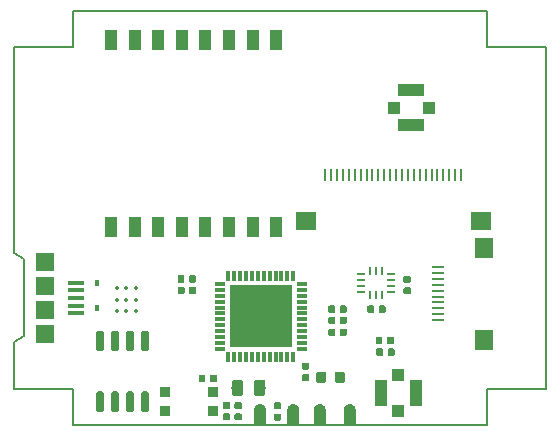
<source format=gtp>
G04 #@! TF.GenerationSoftware,KiCad,Pcbnew,(5.1.4)-1*
G04 #@! TF.CreationDate,2019-10-25T18:25:26-07:00*
G04 #@! TF.ProjectId,mainboard,6d61696e-626f-4617-9264-2e6b69636164,rev?*
G04 #@! TF.SameCoordinates,Original*
G04 #@! TF.FileFunction,Paste,Top*
G04 #@! TF.FilePolarity,Positive*
%FSLAX46Y46*%
G04 Gerber Fmt 4.6, Leading zero omitted, Abs format (unit mm)*
G04 Created by KiCad (PCBNEW (5.1.4)-1) date 2019-10-25 18:25:26*
%MOMM*%
%LPD*%
G04 APERTURE LIST*
%ADD10C,0.150000*%
%ADD11R,0.850000X0.300000*%
%ADD12R,0.300000X0.850000*%
%ADD13R,5.250000X5.250000*%
%ADD14R,1.000000X1.800000*%
%ADD15R,0.250000X0.675000*%
%ADD16R,0.675000X0.250000*%
%ADD17C,0.100000*%
%ADD18C,0.600000*%
%ADD19C,0.590000*%
%ADD20C,1.000000*%
%ADD21R,1.000000X1.000000*%
%ADD22R,1.050000X2.200000*%
%ADD23R,2.200000X1.050000*%
%ADD24R,1.500000X1.700000*%
%ADD25R,1.100000X0.250000*%
%ADD26R,1.700000X1.500000*%
%ADD27R,0.250000X1.100000*%
%ADD28C,0.875000*%
%ADD29R,0.450000X0.600000*%
%ADD30C,0.975000*%
%ADD31R,1.350000X0.450000*%
%ADD32R,1.550000X1.500000*%
%ADD33C,0.339999*%
%ADD34R,0.900000X0.900000*%
G04 APERTURE END LIST*
D10*
X116700300Y-106041600D02*
X116700300Y-109041600D01*
X116700300Y-74041600D02*
X116700300Y-77041600D01*
X121710300Y-106041600D02*
X116700300Y-106041600D01*
X121710300Y-77041600D02*
X116700300Y-77041600D01*
X81725100Y-77041600D02*
X81725100Y-74041600D01*
X76715100Y-106041600D02*
X76721300Y-102057200D01*
X81725100Y-106041600D02*
X76715100Y-106041600D01*
X81725100Y-77041600D02*
X76715100Y-77041600D01*
X77532900Y-95021400D02*
X76708000Y-94513400D01*
X121710300Y-106041600D02*
X121710300Y-77041600D01*
X77546200Y-101549200D02*
X76721300Y-102057200D01*
X81725100Y-106041600D02*
X81725100Y-109041600D01*
X77532900Y-95021400D02*
X77546200Y-101549200D01*
X81725100Y-109041600D02*
X116700300Y-109041600D01*
X116700300Y-74041600D02*
X81725100Y-74041600D01*
X76715100Y-77041600D02*
X76708000Y-94513400D01*
D11*
X101036800Y-102622800D03*
X101036800Y-102122800D03*
X101036800Y-101622800D03*
X101036800Y-101122800D03*
X101036800Y-100622800D03*
X101036800Y-100122800D03*
X101036800Y-99622800D03*
X101036800Y-99122800D03*
X101036800Y-98622800D03*
X101036800Y-98122800D03*
X101036800Y-97622800D03*
X101036800Y-97122800D03*
D12*
X100336800Y-96422800D03*
X99836800Y-96422800D03*
X99336800Y-96422800D03*
X98836800Y-96422800D03*
X98336800Y-96422800D03*
X97836800Y-96422800D03*
X97336800Y-96422800D03*
X96836800Y-96422800D03*
X96336800Y-96422800D03*
X95836800Y-96422800D03*
X95336800Y-96422800D03*
X94836800Y-96422800D03*
D11*
X94136800Y-97122800D03*
X94136800Y-97622800D03*
X94136800Y-98122800D03*
X94136800Y-98622800D03*
X94136800Y-99122800D03*
X94136800Y-99622800D03*
X94136800Y-100122800D03*
X94136800Y-100622800D03*
X94136800Y-101122800D03*
X94136800Y-101622800D03*
X94136800Y-102122800D03*
X94136800Y-102622800D03*
D12*
X94836800Y-103322800D03*
X95336800Y-103322800D03*
X95836800Y-103322800D03*
X96336800Y-103322800D03*
X96836800Y-103322800D03*
X97336800Y-103322800D03*
X97836800Y-103322800D03*
X98336800Y-103322800D03*
X98836800Y-103322800D03*
X99336800Y-103322800D03*
X99836800Y-103322800D03*
X100336800Y-103322800D03*
D13*
X97586800Y-99872800D03*
D14*
X84900000Y-92279400D03*
X86900000Y-92279400D03*
X88900000Y-92279400D03*
X90900000Y-92279400D03*
X92900000Y-92279400D03*
X94900000Y-92279400D03*
X96900000Y-92279400D03*
X98900000Y-92279400D03*
X98900000Y-76479400D03*
X96900000Y-76479400D03*
X94900000Y-76479400D03*
X92900000Y-76479400D03*
X90900000Y-76479400D03*
X88900000Y-76479400D03*
X86900000Y-76479400D03*
X84900000Y-76479400D03*
D15*
X106865800Y-96041400D03*
X107365800Y-96041400D03*
X107865800Y-96041400D03*
D16*
X108627800Y-96303400D03*
X108627800Y-96803400D03*
X108627800Y-97303400D03*
X108627800Y-97803400D03*
D15*
X107865800Y-98065400D03*
X107365800Y-98065400D03*
X106865800Y-98065400D03*
D16*
X106103800Y-97803400D03*
X106103800Y-97303400D03*
X106103800Y-96803400D03*
X106103800Y-96303400D03*
D17*
G36*
X84137103Y-101071722D02*
G01*
X84151664Y-101073882D01*
X84165943Y-101077459D01*
X84179803Y-101082418D01*
X84193110Y-101088712D01*
X84205736Y-101096280D01*
X84217559Y-101105048D01*
X84228466Y-101114934D01*
X84238352Y-101125841D01*
X84247120Y-101137664D01*
X84254688Y-101150290D01*
X84260982Y-101163597D01*
X84265941Y-101177457D01*
X84269518Y-101191736D01*
X84271678Y-101206297D01*
X84272400Y-101221000D01*
X84272400Y-102671000D01*
X84271678Y-102685703D01*
X84269518Y-102700264D01*
X84265941Y-102714543D01*
X84260982Y-102728403D01*
X84254688Y-102741710D01*
X84247120Y-102754336D01*
X84238352Y-102766159D01*
X84228466Y-102777066D01*
X84217559Y-102786952D01*
X84205736Y-102795720D01*
X84193110Y-102803288D01*
X84179803Y-102809582D01*
X84165943Y-102814541D01*
X84151664Y-102818118D01*
X84137103Y-102820278D01*
X84122400Y-102821000D01*
X83822400Y-102821000D01*
X83807697Y-102820278D01*
X83793136Y-102818118D01*
X83778857Y-102814541D01*
X83764997Y-102809582D01*
X83751690Y-102803288D01*
X83739064Y-102795720D01*
X83727241Y-102786952D01*
X83716334Y-102777066D01*
X83706448Y-102766159D01*
X83697680Y-102754336D01*
X83690112Y-102741710D01*
X83683818Y-102728403D01*
X83678859Y-102714543D01*
X83675282Y-102700264D01*
X83673122Y-102685703D01*
X83672400Y-102671000D01*
X83672400Y-101221000D01*
X83673122Y-101206297D01*
X83675282Y-101191736D01*
X83678859Y-101177457D01*
X83683818Y-101163597D01*
X83690112Y-101150290D01*
X83697680Y-101137664D01*
X83706448Y-101125841D01*
X83716334Y-101114934D01*
X83727241Y-101105048D01*
X83739064Y-101096280D01*
X83751690Y-101088712D01*
X83764997Y-101082418D01*
X83778857Y-101077459D01*
X83793136Y-101073882D01*
X83807697Y-101071722D01*
X83822400Y-101071000D01*
X84122400Y-101071000D01*
X84137103Y-101071722D01*
X84137103Y-101071722D01*
G37*
D18*
X83972400Y-101946000D03*
D17*
G36*
X85407103Y-101071722D02*
G01*
X85421664Y-101073882D01*
X85435943Y-101077459D01*
X85449803Y-101082418D01*
X85463110Y-101088712D01*
X85475736Y-101096280D01*
X85487559Y-101105048D01*
X85498466Y-101114934D01*
X85508352Y-101125841D01*
X85517120Y-101137664D01*
X85524688Y-101150290D01*
X85530982Y-101163597D01*
X85535941Y-101177457D01*
X85539518Y-101191736D01*
X85541678Y-101206297D01*
X85542400Y-101221000D01*
X85542400Y-102671000D01*
X85541678Y-102685703D01*
X85539518Y-102700264D01*
X85535941Y-102714543D01*
X85530982Y-102728403D01*
X85524688Y-102741710D01*
X85517120Y-102754336D01*
X85508352Y-102766159D01*
X85498466Y-102777066D01*
X85487559Y-102786952D01*
X85475736Y-102795720D01*
X85463110Y-102803288D01*
X85449803Y-102809582D01*
X85435943Y-102814541D01*
X85421664Y-102818118D01*
X85407103Y-102820278D01*
X85392400Y-102821000D01*
X85092400Y-102821000D01*
X85077697Y-102820278D01*
X85063136Y-102818118D01*
X85048857Y-102814541D01*
X85034997Y-102809582D01*
X85021690Y-102803288D01*
X85009064Y-102795720D01*
X84997241Y-102786952D01*
X84986334Y-102777066D01*
X84976448Y-102766159D01*
X84967680Y-102754336D01*
X84960112Y-102741710D01*
X84953818Y-102728403D01*
X84948859Y-102714543D01*
X84945282Y-102700264D01*
X84943122Y-102685703D01*
X84942400Y-102671000D01*
X84942400Y-101221000D01*
X84943122Y-101206297D01*
X84945282Y-101191736D01*
X84948859Y-101177457D01*
X84953818Y-101163597D01*
X84960112Y-101150290D01*
X84967680Y-101137664D01*
X84976448Y-101125841D01*
X84986334Y-101114934D01*
X84997241Y-101105048D01*
X85009064Y-101096280D01*
X85021690Y-101088712D01*
X85034997Y-101082418D01*
X85048857Y-101077459D01*
X85063136Y-101073882D01*
X85077697Y-101071722D01*
X85092400Y-101071000D01*
X85392400Y-101071000D01*
X85407103Y-101071722D01*
X85407103Y-101071722D01*
G37*
D18*
X85242400Y-101946000D03*
D17*
G36*
X86677103Y-101071722D02*
G01*
X86691664Y-101073882D01*
X86705943Y-101077459D01*
X86719803Y-101082418D01*
X86733110Y-101088712D01*
X86745736Y-101096280D01*
X86757559Y-101105048D01*
X86768466Y-101114934D01*
X86778352Y-101125841D01*
X86787120Y-101137664D01*
X86794688Y-101150290D01*
X86800982Y-101163597D01*
X86805941Y-101177457D01*
X86809518Y-101191736D01*
X86811678Y-101206297D01*
X86812400Y-101221000D01*
X86812400Y-102671000D01*
X86811678Y-102685703D01*
X86809518Y-102700264D01*
X86805941Y-102714543D01*
X86800982Y-102728403D01*
X86794688Y-102741710D01*
X86787120Y-102754336D01*
X86778352Y-102766159D01*
X86768466Y-102777066D01*
X86757559Y-102786952D01*
X86745736Y-102795720D01*
X86733110Y-102803288D01*
X86719803Y-102809582D01*
X86705943Y-102814541D01*
X86691664Y-102818118D01*
X86677103Y-102820278D01*
X86662400Y-102821000D01*
X86362400Y-102821000D01*
X86347697Y-102820278D01*
X86333136Y-102818118D01*
X86318857Y-102814541D01*
X86304997Y-102809582D01*
X86291690Y-102803288D01*
X86279064Y-102795720D01*
X86267241Y-102786952D01*
X86256334Y-102777066D01*
X86246448Y-102766159D01*
X86237680Y-102754336D01*
X86230112Y-102741710D01*
X86223818Y-102728403D01*
X86218859Y-102714543D01*
X86215282Y-102700264D01*
X86213122Y-102685703D01*
X86212400Y-102671000D01*
X86212400Y-101221000D01*
X86213122Y-101206297D01*
X86215282Y-101191736D01*
X86218859Y-101177457D01*
X86223818Y-101163597D01*
X86230112Y-101150290D01*
X86237680Y-101137664D01*
X86246448Y-101125841D01*
X86256334Y-101114934D01*
X86267241Y-101105048D01*
X86279064Y-101096280D01*
X86291690Y-101088712D01*
X86304997Y-101082418D01*
X86318857Y-101077459D01*
X86333136Y-101073882D01*
X86347697Y-101071722D01*
X86362400Y-101071000D01*
X86662400Y-101071000D01*
X86677103Y-101071722D01*
X86677103Y-101071722D01*
G37*
D18*
X86512400Y-101946000D03*
D17*
G36*
X87947103Y-101071722D02*
G01*
X87961664Y-101073882D01*
X87975943Y-101077459D01*
X87989803Y-101082418D01*
X88003110Y-101088712D01*
X88015736Y-101096280D01*
X88027559Y-101105048D01*
X88038466Y-101114934D01*
X88048352Y-101125841D01*
X88057120Y-101137664D01*
X88064688Y-101150290D01*
X88070982Y-101163597D01*
X88075941Y-101177457D01*
X88079518Y-101191736D01*
X88081678Y-101206297D01*
X88082400Y-101221000D01*
X88082400Y-102671000D01*
X88081678Y-102685703D01*
X88079518Y-102700264D01*
X88075941Y-102714543D01*
X88070982Y-102728403D01*
X88064688Y-102741710D01*
X88057120Y-102754336D01*
X88048352Y-102766159D01*
X88038466Y-102777066D01*
X88027559Y-102786952D01*
X88015736Y-102795720D01*
X88003110Y-102803288D01*
X87989803Y-102809582D01*
X87975943Y-102814541D01*
X87961664Y-102818118D01*
X87947103Y-102820278D01*
X87932400Y-102821000D01*
X87632400Y-102821000D01*
X87617697Y-102820278D01*
X87603136Y-102818118D01*
X87588857Y-102814541D01*
X87574997Y-102809582D01*
X87561690Y-102803288D01*
X87549064Y-102795720D01*
X87537241Y-102786952D01*
X87526334Y-102777066D01*
X87516448Y-102766159D01*
X87507680Y-102754336D01*
X87500112Y-102741710D01*
X87493818Y-102728403D01*
X87488859Y-102714543D01*
X87485282Y-102700264D01*
X87483122Y-102685703D01*
X87482400Y-102671000D01*
X87482400Y-101221000D01*
X87483122Y-101206297D01*
X87485282Y-101191736D01*
X87488859Y-101177457D01*
X87493818Y-101163597D01*
X87500112Y-101150290D01*
X87507680Y-101137664D01*
X87516448Y-101125841D01*
X87526334Y-101114934D01*
X87537241Y-101105048D01*
X87549064Y-101096280D01*
X87561690Y-101088712D01*
X87574997Y-101082418D01*
X87588857Y-101077459D01*
X87603136Y-101073882D01*
X87617697Y-101071722D01*
X87632400Y-101071000D01*
X87932400Y-101071000D01*
X87947103Y-101071722D01*
X87947103Y-101071722D01*
G37*
D18*
X87782400Y-101946000D03*
D17*
G36*
X87947103Y-106221722D02*
G01*
X87961664Y-106223882D01*
X87975943Y-106227459D01*
X87989803Y-106232418D01*
X88003110Y-106238712D01*
X88015736Y-106246280D01*
X88027559Y-106255048D01*
X88038466Y-106264934D01*
X88048352Y-106275841D01*
X88057120Y-106287664D01*
X88064688Y-106300290D01*
X88070982Y-106313597D01*
X88075941Y-106327457D01*
X88079518Y-106341736D01*
X88081678Y-106356297D01*
X88082400Y-106371000D01*
X88082400Y-107821000D01*
X88081678Y-107835703D01*
X88079518Y-107850264D01*
X88075941Y-107864543D01*
X88070982Y-107878403D01*
X88064688Y-107891710D01*
X88057120Y-107904336D01*
X88048352Y-107916159D01*
X88038466Y-107927066D01*
X88027559Y-107936952D01*
X88015736Y-107945720D01*
X88003110Y-107953288D01*
X87989803Y-107959582D01*
X87975943Y-107964541D01*
X87961664Y-107968118D01*
X87947103Y-107970278D01*
X87932400Y-107971000D01*
X87632400Y-107971000D01*
X87617697Y-107970278D01*
X87603136Y-107968118D01*
X87588857Y-107964541D01*
X87574997Y-107959582D01*
X87561690Y-107953288D01*
X87549064Y-107945720D01*
X87537241Y-107936952D01*
X87526334Y-107927066D01*
X87516448Y-107916159D01*
X87507680Y-107904336D01*
X87500112Y-107891710D01*
X87493818Y-107878403D01*
X87488859Y-107864543D01*
X87485282Y-107850264D01*
X87483122Y-107835703D01*
X87482400Y-107821000D01*
X87482400Y-106371000D01*
X87483122Y-106356297D01*
X87485282Y-106341736D01*
X87488859Y-106327457D01*
X87493818Y-106313597D01*
X87500112Y-106300290D01*
X87507680Y-106287664D01*
X87516448Y-106275841D01*
X87526334Y-106264934D01*
X87537241Y-106255048D01*
X87549064Y-106246280D01*
X87561690Y-106238712D01*
X87574997Y-106232418D01*
X87588857Y-106227459D01*
X87603136Y-106223882D01*
X87617697Y-106221722D01*
X87632400Y-106221000D01*
X87932400Y-106221000D01*
X87947103Y-106221722D01*
X87947103Y-106221722D01*
G37*
D18*
X87782400Y-107096000D03*
D17*
G36*
X86677103Y-106221722D02*
G01*
X86691664Y-106223882D01*
X86705943Y-106227459D01*
X86719803Y-106232418D01*
X86733110Y-106238712D01*
X86745736Y-106246280D01*
X86757559Y-106255048D01*
X86768466Y-106264934D01*
X86778352Y-106275841D01*
X86787120Y-106287664D01*
X86794688Y-106300290D01*
X86800982Y-106313597D01*
X86805941Y-106327457D01*
X86809518Y-106341736D01*
X86811678Y-106356297D01*
X86812400Y-106371000D01*
X86812400Y-107821000D01*
X86811678Y-107835703D01*
X86809518Y-107850264D01*
X86805941Y-107864543D01*
X86800982Y-107878403D01*
X86794688Y-107891710D01*
X86787120Y-107904336D01*
X86778352Y-107916159D01*
X86768466Y-107927066D01*
X86757559Y-107936952D01*
X86745736Y-107945720D01*
X86733110Y-107953288D01*
X86719803Y-107959582D01*
X86705943Y-107964541D01*
X86691664Y-107968118D01*
X86677103Y-107970278D01*
X86662400Y-107971000D01*
X86362400Y-107971000D01*
X86347697Y-107970278D01*
X86333136Y-107968118D01*
X86318857Y-107964541D01*
X86304997Y-107959582D01*
X86291690Y-107953288D01*
X86279064Y-107945720D01*
X86267241Y-107936952D01*
X86256334Y-107927066D01*
X86246448Y-107916159D01*
X86237680Y-107904336D01*
X86230112Y-107891710D01*
X86223818Y-107878403D01*
X86218859Y-107864543D01*
X86215282Y-107850264D01*
X86213122Y-107835703D01*
X86212400Y-107821000D01*
X86212400Y-106371000D01*
X86213122Y-106356297D01*
X86215282Y-106341736D01*
X86218859Y-106327457D01*
X86223818Y-106313597D01*
X86230112Y-106300290D01*
X86237680Y-106287664D01*
X86246448Y-106275841D01*
X86256334Y-106264934D01*
X86267241Y-106255048D01*
X86279064Y-106246280D01*
X86291690Y-106238712D01*
X86304997Y-106232418D01*
X86318857Y-106227459D01*
X86333136Y-106223882D01*
X86347697Y-106221722D01*
X86362400Y-106221000D01*
X86662400Y-106221000D01*
X86677103Y-106221722D01*
X86677103Y-106221722D01*
G37*
D18*
X86512400Y-107096000D03*
D17*
G36*
X85407103Y-106221722D02*
G01*
X85421664Y-106223882D01*
X85435943Y-106227459D01*
X85449803Y-106232418D01*
X85463110Y-106238712D01*
X85475736Y-106246280D01*
X85487559Y-106255048D01*
X85498466Y-106264934D01*
X85508352Y-106275841D01*
X85517120Y-106287664D01*
X85524688Y-106300290D01*
X85530982Y-106313597D01*
X85535941Y-106327457D01*
X85539518Y-106341736D01*
X85541678Y-106356297D01*
X85542400Y-106371000D01*
X85542400Y-107821000D01*
X85541678Y-107835703D01*
X85539518Y-107850264D01*
X85535941Y-107864543D01*
X85530982Y-107878403D01*
X85524688Y-107891710D01*
X85517120Y-107904336D01*
X85508352Y-107916159D01*
X85498466Y-107927066D01*
X85487559Y-107936952D01*
X85475736Y-107945720D01*
X85463110Y-107953288D01*
X85449803Y-107959582D01*
X85435943Y-107964541D01*
X85421664Y-107968118D01*
X85407103Y-107970278D01*
X85392400Y-107971000D01*
X85092400Y-107971000D01*
X85077697Y-107970278D01*
X85063136Y-107968118D01*
X85048857Y-107964541D01*
X85034997Y-107959582D01*
X85021690Y-107953288D01*
X85009064Y-107945720D01*
X84997241Y-107936952D01*
X84986334Y-107927066D01*
X84976448Y-107916159D01*
X84967680Y-107904336D01*
X84960112Y-107891710D01*
X84953818Y-107878403D01*
X84948859Y-107864543D01*
X84945282Y-107850264D01*
X84943122Y-107835703D01*
X84942400Y-107821000D01*
X84942400Y-106371000D01*
X84943122Y-106356297D01*
X84945282Y-106341736D01*
X84948859Y-106327457D01*
X84953818Y-106313597D01*
X84960112Y-106300290D01*
X84967680Y-106287664D01*
X84976448Y-106275841D01*
X84986334Y-106264934D01*
X84997241Y-106255048D01*
X85009064Y-106246280D01*
X85021690Y-106238712D01*
X85034997Y-106232418D01*
X85048857Y-106227459D01*
X85063136Y-106223882D01*
X85077697Y-106221722D01*
X85092400Y-106221000D01*
X85392400Y-106221000D01*
X85407103Y-106221722D01*
X85407103Y-106221722D01*
G37*
D18*
X85242400Y-107096000D03*
D17*
G36*
X84137103Y-106221722D02*
G01*
X84151664Y-106223882D01*
X84165943Y-106227459D01*
X84179803Y-106232418D01*
X84193110Y-106238712D01*
X84205736Y-106246280D01*
X84217559Y-106255048D01*
X84228466Y-106264934D01*
X84238352Y-106275841D01*
X84247120Y-106287664D01*
X84254688Y-106300290D01*
X84260982Y-106313597D01*
X84265941Y-106327457D01*
X84269518Y-106341736D01*
X84271678Y-106356297D01*
X84272400Y-106371000D01*
X84272400Y-107821000D01*
X84271678Y-107835703D01*
X84269518Y-107850264D01*
X84265941Y-107864543D01*
X84260982Y-107878403D01*
X84254688Y-107891710D01*
X84247120Y-107904336D01*
X84238352Y-107916159D01*
X84228466Y-107927066D01*
X84217559Y-107936952D01*
X84205736Y-107945720D01*
X84193110Y-107953288D01*
X84179803Y-107959582D01*
X84165943Y-107964541D01*
X84151664Y-107968118D01*
X84137103Y-107970278D01*
X84122400Y-107971000D01*
X83822400Y-107971000D01*
X83807697Y-107970278D01*
X83793136Y-107968118D01*
X83778857Y-107964541D01*
X83764997Y-107959582D01*
X83751690Y-107953288D01*
X83739064Y-107945720D01*
X83727241Y-107936952D01*
X83716334Y-107927066D01*
X83706448Y-107916159D01*
X83697680Y-107904336D01*
X83690112Y-107891710D01*
X83683818Y-107878403D01*
X83678859Y-107864543D01*
X83675282Y-107850264D01*
X83673122Y-107835703D01*
X83672400Y-107821000D01*
X83672400Y-106371000D01*
X83673122Y-106356297D01*
X83675282Y-106341736D01*
X83678859Y-106327457D01*
X83683818Y-106313597D01*
X83690112Y-106300290D01*
X83697680Y-106287664D01*
X83706448Y-106275841D01*
X83716334Y-106264934D01*
X83727241Y-106255048D01*
X83739064Y-106246280D01*
X83751690Y-106238712D01*
X83764997Y-106232418D01*
X83778857Y-106227459D01*
X83793136Y-106223882D01*
X83807697Y-106221722D01*
X83822400Y-106221000D01*
X84122400Y-106221000D01*
X84137103Y-106221722D01*
X84137103Y-106221722D01*
G37*
D18*
X83972400Y-107096000D03*
D17*
G36*
X92767958Y-104811310D02*
G01*
X92782276Y-104813434D01*
X92796317Y-104816951D01*
X92809946Y-104821828D01*
X92823031Y-104828017D01*
X92835447Y-104835458D01*
X92847073Y-104844081D01*
X92857798Y-104853802D01*
X92867519Y-104864527D01*
X92876142Y-104876153D01*
X92883583Y-104888569D01*
X92889772Y-104901654D01*
X92894649Y-104915283D01*
X92898166Y-104929324D01*
X92900290Y-104943642D01*
X92901000Y-104958100D01*
X92901000Y-105303100D01*
X92900290Y-105317558D01*
X92898166Y-105331876D01*
X92894649Y-105345917D01*
X92889772Y-105359546D01*
X92883583Y-105372631D01*
X92876142Y-105385047D01*
X92867519Y-105396673D01*
X92857798Y-105407398D01*
X92847073Y-105417119D01*
X92835447Y-105425742D01*
X92823031Y-105433183D01*
X92809946Y-105439372D01*
X92796317Y-105444249D01*
X92782276Y-105447766D01*
X92767958Y-105449890D01*
X92753500Y-105450600D01*
X92458500Y-105450600D01*
X92444042Y-105449890D01*
X92429724Y-105447766D01*
X92415683Y-105444249D01*
X92402054Y-105439372D01*
X92388969Y-105433183D01*
X92376553Y-105425742D01*
X92364927Y-105417119D01*
X92354202Y-105407398D01*
X92344481Y-105396673D01*
X92335858Y-105385047D01*
X92328417Y-105372631D01*
X92322228Y-105359546D01*
X92317351Y-105345917D01*
X92313834Y-105331876D01*
X92311710Y-105317558D01*
X92311000Y-105303100D01*
X92311000Y-104958100D01*
X92311710Y-104943642D01*
X92313834Y-104929324D01*
X92317351Y-104915283D01*
X92322228Y-104901654D01*
X92328417Y-104888569D01*
X92335858Y-104876153D01*
X92344481Y-104864527D01*
X92354202Y-104853802D01*
X92364927Y-104844081D01*
X92376553Y-104835458D01*
X92388969Y-104828017D01*
X92402054Y-104821828D01*
X92415683Y-104816951D01*
X92429724Y-104813434D01*
X92444042Y-104811310D01*
X92458500Y-104810600D01*
X92753500Y-104810600D01*
X92767958Y-104811310D01*
X92767958Y-104811310D01*
G37*
D19*
X92606000Y-105130600D03*
D17*
G36*
X93737958Y-104811310D02*
G01*
X93752276Y-104813434D01*
X93766317Y-104816951D01*
X93779946Y-104821828D01*
X93793031Y-104828017D01*
X93805447Y-104835458D01*
X93817073Y-104844081D01*
X93827798Y-104853802D01*
X93837519Y-104864527D01*
X93846142Y-104876153D01*
X93853583Y-104888569D01*
X93859772Y-104901654D01*
X93864649Y-104915283D01*
X93868166Y-104929324D01*
X93870290Y-104943642D01*
X93871000Y-104958100D01*
X93871000Y-105303100D01*
X93870290Y-105317558D01*
X93868166Y-105331876D01*
X93864649Y-105345917D01*
X93859772Y-105359546D01*
X93853583Y-105372631D01*
X93846142Y-105385047D01*
X93837519Y-105396673D01*
X93827798Y-105407398D01*
X93817073Y-105417119D01*
X93805447Y-105425742D01*
X93793031Y-105433183D01*
X93779946Y-105439372D01*
X93766317Y-105444249D01*
X93752276Y-105447766D01*
X93737958Y-105449890D01*
X93723500Y-105450600D01*
X93428500Y-105450600D01*
X93414042Y-105449890D01*
X93399724Y-105447766D01*
X93385683Y-105444249D01*
X93372054Y-105439372D01*
X93358969Y-105433183D01*
X93346553Y-105425742D01*
X93334927Y-105417119D01*
X93324202Y-105407398D01*
X93314481Y-105396673D01*
X93305858Y-105385047D01*
X93298417Y-105372631D01*
X93292228Y-105359546D01*
X93287351Y-105345917D01*
X93283834Y-105331876D01*
X93281710Y-105317558D01*
X93281000Y-105303100D01*
X93281000Y-104958100D01*
X93281710Y-104943642D01*
X93283834Y-104929324D01*
X93287351Y-104915283D01*
X93292228Y-104901654D01*
X93298417Y-104888569D01*
X93305858Y-104876153D01*
X93314481Y-104864527D01*
X93324202Y-104853802D01*
X93334927Y-104844081D01*
X93346553Y-104835458D01*
X93358969Y-104828017D01*
X93372054Y-104821828D01*
X93385683Y-104816951D01*
X93399724Y-104813434D01*
X93414042Y-104811310D01*
X93428500Y-104810600D01*
X93723500Y-104810600D01*
X93737958Y-104811310D01*
X93737958Y-104811310D01*
G37*
D19*
X93576000Y-105130600D03*
D17*
G36*
X103766158Y-100899710D02*
G01*
X103780476Y-100901834D01*
X103794517Y-100905351D01*
X103808146Y-100910228D01*
X103821231Y-100916417D01*
X103833647Y-100923858D01*
X103845273Y-100932481D01*
X103855998Y-100942202D01*
X103865719Y-100952927D01*
X103874342Y-100964553D01*
X103881783Y-100976969D01*
X103887972Y-100990054D01*
X103892849Y-101003683D01*
X103896366Y-101017724D01*
X103898490Y-101032042D01*
X103899200Y-101046500D01*
X103899200Y-101391500D01*
X103898490Y-101405958D01*
X103896366Y-101420276D01*
X103892849Y-101434317D01*
X103887972Y-101447946D01*
X103881783Y-101461031D01*
X103874342Y-101473447D01*
X103865719Y-101485073D01*
X103855998Y-101495798D01*
X103845273Y-101505519D01*
X103833647Y-101514142D01*
X103821231Y-101521583D01*
X103808146Y-101527772D01*
X103794517Y-101532649D01*
X103780476Y-101536166D01*
X103766158Y-101538290D01*
X103751700Y-101539000D01*
X103456700Y-101539000D01*
X103442242Y-101538290D01*
X103427924Y-101536166D01*
X103413883Y-101532649D01*
X103400254Y-101527772D01*
X103387169Y-101521583D01*
X103374753Y-101514142D01*
X103363127Y-101505519D01*
X103352402Y-101495798D01*
X103342681Y-101485073D01*
X103334058Y-101473447D01*
X103326617Y-101461031D01*
X103320428Y-101447946D01*
X103315551Y-101434317D01*
X103312034Y-101420276D01*
X103309910Y-101405958D01*
X103309200Y-101391500D01*
X103309200Y-101046500D01*
X103309910Y-101032042D01*
X103312034Y-101017724D01*
X103315551Y-101003683D01*
X103320428Y-100990054D01*
X103326617Y-100976969D01*
X103334058Y-100964553D01*
X103342681Y-100952927D01*
X103352402Y-100942202D01*
X103363127Y-100932481D01*
X103374753Y-100923858D01*
X103387169Y-100916417D01*
X103400254Y-100910228D01*
X103413883Y-100905351D01*
X103427924Y-100901834D01*
X103442242Y-100899710D01*
X103456700Y-100899000D01*
X103751700Y-100899000D01*
X103766158Y-100899710D01*
X103766158Y-100899710D01*
G37*
D19*
X103604200Y-101219000D03*
D17*
G36*
X104736158Y-100899710D02*
G01*
X104750476Y-100901834D01*
X104764517Y-100905351D01*
X104778146Y-100910228D01*
X104791231Y-100916417D01*
X104803647Y-100923858D01*
X104815273Y-100932481D01*
X104825998Y-100942202D01*
X104835719Y-100952927D01*
X104844342Y-100964553D01*
X104851783Y-100976969D01*
X104857972Y-100990054D01*
X104862849Y-101003683D01*
X104866366Y-101017724D01*
X104868490Y-101032042D01*
X104869200Y-101046500D01*
X104869200Y-101391500D01*
X104868490Y-101405958D01*
X104866366Y-101420276D01*
X104862849Y-101434317D01*
X104857972Y-101447946D01*
X104851783Y-101461031D01*
X104844342Y-101473447D01*
X104835719Y-101485073D01*
X104825998Y-101495798D01*
X104815273Y-101505519D01*
X104803647Y-101514142D01*
X104791231Y-101521583D01*
X104778146Y-101527772D01*
X104764517Y-101532649D01*
X104750476Y-101536166D01*
X104736158Y-101538290D01*
X104721700Y-101539000D01*
X104426700Y-101539000D01*
X104412242Y-101538290D01*
X104397924Y-101536166D01*
X104383883Y-101532649D01*
X104370254Y-101527772D01*
X104357169Y-101521583D01*
X104344753Y-101514142D01*
X104333127Y-101505519D01*
X104322402Y-101495798D01*
X104312681Y-101485073D01*
X104304058Y-101473447D01*
X104296617Y-101461031D01*
X104290428Y-101447946D01*
X104285551Y-101434317D01*
X104282034Y-101420276D01*
X104279910Y-101405958D01*
X104279200Y-101391500D01*
X104279200Y-101046500D01*
X104279910Y-101032042D01*
X104282034Y-101017724D01*
X104285551Y-101003683D01*
X104290428Y-100990054D01*
X104296617Y-100976969D01*
X104304058Y-100964553D01*
X104312681Y-100952927D01*
X104322402Y-100942202D01*
X104333127Y-100932481D01*
X104344753Y-100923858D01*
X104357169Y-100916417D01*
X104370254Y-100910228D01*
X104383883Y-100905351D01*
X104397924Y-100901834D01*
X104412242Y-100899710D01*
X104426700Y-100899000D01*
X104721700Y-100899000D01*
X104736158Y-100899710D01*
X104736158Y-100899710D01*
G37*
D19*
X104574200Y-101219000D03*
D17*
G36*
X107753958Y-101585510D02*
G01*
X107768276Y-101587634D01*
X107782317Y-101591151D01*
X107795946Y-101596028D01*
X107809031Y-101602217D01*
X107821447Y-101609658D01*
X107833073Y-101618281D01*
X107843798Y-101628002D01*
X107853519Y-101638727D01*
X107862142Y-101650353D01*
X107869583Y-101662769D01*
X107875772Y-101675854D01*
X107880649Y-101689483D01*
X107884166Y-101703524D01*
X107886290Y-101717842D01*
X107887000Y-101732300D01*
X107887000Y-102077300D01*
X107886290Y-102091758D01*
X107884166Y-102106076D01*
X107880649Y-102120117D01*
X107875772Y-102133746D01*
X107869583Y-102146831D01*
X107862142Y-102159247D01*
X107853519Y-102170873D01*
X107843798Y-102181598D01*
X107833073Y-102191319D01*
X107821447Y-102199942D01*
X107809031Y-102207383D01*
X107795946Y-102213572D01*
X107782317Y-102218449D01*
X107768276Y-102221966D01*
X107753958Y-102224090D01*
X107739500Y-102224800D01*
X107444500Y-102224800D01*
X107430042Y-102224090D01*
X107415724Y-102221966D01*
X107401683Y-102218449D01*
X107388054Y-102213572D01*
X107374969Y-102207383D01*
X107362553Y-102199942D01*
X107350927Y-102191319D01*
X107340202Y-102181598D01*
X107330481Y-102170873D01*
X107321858Y-102159247D01*
X107314417Y-102146831D01*
X107308228Y-102133746D01*
X107303351Y-102120117D01*
X107299834Y-102106076D01*
X107297710Y-102091758D01*
X107297000Y-102077300D01*
X107297000Y-101732300D01*
X107297710Y-101717842D01*
X107299834Y-101703524D01*
X107303351Y-101689483D01*
X107308228Y-101675854D01*
X107314417Y-101662769D01*
X107321858Y-101650353D01*
X107330481Y-101638727D01*
X107340202Y-101628002D01*
X107350927Y-101618281D01*
X107362553Y-101609658D01*
X107374969Y-101602217D01*
X107388054Y-101596028D01*
X107401683Y-101591151D01*
X107415724Y-101587634D01*
X107430042Y-101585510D01*
X107444500Y-101584800D01*
X107739500Y-101584800D01*
X107753958Y-101585510D01*
X107753958Y-101585510D01*
G37*
D19*
X107592000Y-101904800D03*
D17*
G36*
X108723958Y-101585510D02*
G01*
X108738276Y-101587634D01*
X108752317Y-101591151D01*
X108765946Y-101596028D01*
X108779031Y-101602217D01*
X108791447Y-101609658D01*
X108803073Y-101618281D01*
X108813798Y-101628002D01*
X108823519Y-101638727D01*
X108832142Y-101650353D01*
X108839583Y-101662769D01*
X108845772Y-101675854D01*
X108850649Y-101689483D01*
X108854166Y-101703524D01*
X108856290Y-101717842D01*
X108857000Y-101732300D01*
X108857000Y-102077300D01*
X108856290Y-102091758D01*
X108854166Y-102106076D01*
X108850649Y-102120117D01*
X108845772Y-102133746D01*
X108839583Y-102146831D01*
X108832142Y-102159247D01*
X108823519Y-102170873D01*
X108813798Y-102181598D01*
X108803073Y-102191319D01*
X108791447Y-102199942D01*
X108779031Y-102207383D01*
X108765946Y-102213572D01*
X108752317Y-102218449D01*
X108738276Y-102221966D01*
X108723958Y-102224090D01*
X108709500Y-102224800D01*
X108414500Y-102224800D01*
X108400042Y-102224090D01*
X108385724Y-102221966D01*
X108371683Y-102218449D01*
X108358054Y-102213572D01*
X108344969Y-102207383D01*
X108332553Y-102199942D01*
X108320927Y-102191319D01*
X108310202Y-102181598D01*
X108300481Y-102170873D01*
X108291858Y-102159247D01*
X108284417Y-102146831D01*
X108278228Y-102133746D01*
X108273351Y-102120117D01*
X108269834Y-102106076D01*
X108267710Y-102091758D01*
X108267000Y-102077300D01*
X108267000Y-101732300D01*
X108267710Y-101717842D01*
X108269834Y-101703524D01*
X108273351Y-101689483D01*
X108278228Y-101675854D01*
X108284417Y-101662769D01*
X108291858Y-101650353D01*
X108300481Y-101638727D01*
X108310202Y-101628002D01*
X108320927Y-101618281D01*
X108332553Y-101609658D01*
X108344969Y-101602217D01*
X108358054Y-101596028D01*
X108371683Y-101591151D01*
X108385724Y-101587634D01*
X108400042Y-101585510D01*
X108414500Y-101584800D01*
X108709500Y-101584800D01*
X108723958Y-101585510D01*
X108723958Y-101585510D01*
G37*
D19*
X108562000Y-101904800D03*
D20*
X97510600Y-108407200D03*
D17*
G36*
X97010600Y-109032200D02*
G01*
X97010600Y-107782200D01*
X97011202Y-107782200D01*
X97011202Y-107757666D01*
X97016012Y-107708835D01*
X97025584Y-107660710D01*
X97039828Y-107613755D01*
X97058605Y-107568422D01*
X97081736Y-107525149D01*
X97108996Y-107484350D01*
X97140124Y-107446421D01*
X97174821Y-107411724D01*
X97212750Y-107380596D01*
X97253549Y-107353336D01*
X97296822Y-107330205D01*
X97342155Y-107311428D01*
X97389110Y-107297184D01*
X97437235Y-107287612D01*
X97486066Y-107282802D01*
X97535134Y-107282802D01*
X97583965Y-107287612D01*
X97632090Y-107297184D01*
X97679045Y-107311428D01*
X97724378Y-107330205D01*
X97767651Y-107353336D01*
X97808450Y-107380596D01*
X97846379Y-107411724D01*
X97881076Y-107446421D01*
X97912204Y-107484350D01*
X97939464Y-107525149D01*
X97962595Y-107568422D01*
X97981372Y-107613755D01*
X97995616Y-107660710D01*
X98005188Y-107708835D01*
X98009998Y-107757666D01*
X98009998Y-107782200D01*
X98010600Y-107782200D01*
X98010600Y-109032200D01*
X97010600Y-109032200D01*
X97010600Y-109032200D01*
G37*
G36*
X110168958Y-96439210D02*
G01*
X110183276Y-96441334D01*
X110197317Y-96444851D01*
X110210946Y-96449728D01*
X110224031Y-96455917D01*
X110236447Y-96463358D01*
X110248073Y-96471981D01*
X110258798Y-96481702D01*
X110268519Y-96492427D01*
X110277142Y-96504053D01*
X110284583Y-96516469D01*
X110290772Y-96529554D01*
X110295649Y-96543183D01*
X110299166Y-96557224D01*
X110301290Y-96571542D01*
X110302000Y-96586000D01*
X110302000Y-96881000D01*
X110301290Y-96895458D01*
X110299166Y-96909776D01*
X110295649Y-96923817D01*
X110290772Y-96937446D01*
X110284583Y-96950531D01*
X110277142Y-96962947D01*
X110268519Y-96974573D01*
X110258798Y-96985298D01*
X110248073Y-96995019D01*
X110236447Y-97003642D01*
X110224031Y-97011083D01*
X110210946Y-97017272D01*
X110197317Y-97022149D01*
X110183276Y-97025666D01*
X110168958Y-97027790D01*
X110154500Y-97028500D01*
X109809500Y-97028500D01*
X109795042Y-97027790D01*
X109780724Y-97025666D01*
X109766683Y-97022149D01*
X109753054Y-97017272D01*
X109739969Y-97011083D01*
X109727553Y-97003642D01*
X109715927Y-96995019D01*
X109705202Y-96985298D01*
X109695481Y-96974573D01*
X109686858Y-96962947D01*
X109679417Y-96950531D01*
X109673228Y-96937446D01*
X109668351Y-96923817D01*
X109664834Y-96909776D01*
X109662710Y-96895458D01*
X109662000Y-96881000D01*
X109662000Y-96586000D01*
X109662710Y-96571542D01*
X109664834Y-96557224D01*
X109668351Y-96543183D01*
X109673228Y-96529554D01*
X109679417Y-96516469D01*
X109686858Y-96504053D01*
X109695481Y-96492427D01*
X109705202Y-96481702D01*
X109715927Y-96471981D01*
X109727553Y-96463358D01*
X109739969Y-96455917D01*
X109753054Y-96449728D01*
X109766683Y-96444851D01*
X109780724Y-96441334D01*
X109795042Y-96439210D01*
X109809500Y-96438500D01*
X110154500Y-96438500D01*
X110168958Y-96439210D01*
X110168958Y-96439210D01*
G37*
D19*
X109982000Y-96733500D03*
D17*
G36*
X110168958Y-97409210D02*
G01*
X110183276Y-97411334D01*
X110197317Y-97414851D01*
X110210946Y-97419728D01*
X110224031Y-97425917D01*
X110236447Y-97433358D01*
X110248073Y-97441981D01*
X110258798Y-97451702D01*
X110268519Y-97462427D01*
X110277142Y-97474053D01*
X110284583Y-97486469D01*
X110290772Y-97499554D01*
X110295649Y-97513183D01*
X110299166Y-97527224D01*
X110301290Y-97541542D01*
X110302000Y-97556000D01*
X110302000Y-97851000D01*
X110301290Y-97865458D01*
X110299166Y-97879776D01*
X110295649Y-97893817D01*
X110290772Y-97907446D01*
X110284583Y-97920531D01*
X110277142Y-97932947D01*
X110268519Y-97944573D01*
X110258798Y-97955298D01*
X110248073Y-97965019D01*
X110236447Y-97973642D01*
X110224031Y-97981083D01*
X110210946Y-97987272D01*
X110197317Y-97992149D01*
X110183276Y-97995666D01*
X110168958Y-97997790D01*
X110154500Y-97998500D01*
X109809500Y-97998500D01*
X109795042Y-97997790D01*
X109780724Y-97995666D01*
X109766683Y-97992149D01*
X109753054Y-97987272D01*
X109739969Y-97981083D01*
X109727553Y-97973642D01*
X109715927Y-97965019D01*
X109705202Y-97955298D01*
X109695481Y-97944573D01*
X109686858Y-97932947D01*
X109679417Y-97920531D01*
X109673228Y-97907446D01*
X109668351Y-97893817D01*
X109664834Y-97879776D01*
X109662710Y-97865458D01*
X109662000Y-97851000D01*
X109662000Y-97556000D01*
X109662710Y-97541542D01*
X109664834Y-97527224D01*
X109668351Y-97513183D01*
X109673228Y-97499554D01*
X109679417Y-97486469D01*
X109686858Y-97474053D01*
X109695481Y-97462427D01*
X109705202Y-97451702D01*
X109715927Y-97441981D01*
X109727553Y-97433358D01*
X109739969Y-97425917D01*
X109753054Y-97419728D01*
X109766683Y-97414851D01*
X109780724Y-97411334D01*
X109795042Y-97409210D01*
X109809500Y-97408500D01*
X110154500Y-97408500D01*
X110168958Y-97409210D01*
X110168958Y-97409210D01*
G37*
D19*
X109982000Y-97703500D03*
D17*
G36*
X108012758Y-98943910D02*
G01*
X108027076Y-98946034D01*
X108041117Y-98949551D01*
X108054746Y-98954428D01*
X108067831Y-98960617D01*
X108080247Y-98968058D01*
X108091873Y-98976681D01*
X108102598Y-98986402D01*
X108112319Y-98997127D01*
X108120942Y-99008753D01*
X108128383Y-99021169D01*
X108134572Y-99034254D01*
X108139449Y-99047883D01*
X108142966Y-99061924D01*
X108145090Y-99076242D01*
X108145800Y-99090700D01*
X108145800Y-99435700D01*
X108145090Y-99450158D01*
X108142966Y-99464476D01*
X108139449Y-99478517D01*
X108134572Y-99492146D01*
X108128383Y-99505231D01*
X108120942Y-99517647D01*
X108112319Y-99529273D01*
X108102598Y-99539998D01*
X108091873Y-99549719D01*
X108080247Y-99558342D01*
X108067831Y-99565783D01*
X108054746Y-99571972D01*
X108041117Y-99576849D01*
X108027076Y-99580366D01*
X108012758Y-99582490D01*
X107998300Y-99583200D01*
X107703300Y-99583200D01*
X107688842Y-99582490D01*
X107674524Y-99580366D01*
X107660483Y-99576849D01*
X107646854Y-99571972D01*
X107633769Y-99565783D01*
X107621353Y-99558342D01*
X107609727Y-99549719D01*
X107599002Y-99539998D01*
X107589281Y-99529273D01*
X107580658Y-99517647D01*
X107573217Y-99505231D01*
X107567028Y-99492146D01*
X107562151Y-99478517D01*
X107558634Y-99464476D01*
X107556510Y-99450158D01*
X107555800Y-99435700D01*
X107555800Y-99090700D01*
X107556510Y-99076242D01*
X107558634Y-99061924D01*
X107562151Y-99047883D01*
X107567028Y-99034254D01*
X107573217Y-99021169D01*
X107580658Y-99008753D01*
X107589281Y-98997127D01*
X107599002Y-98986402D01*
X107609727Y-98976681D01*
X107621353Y-98968058D01*
X107633769Y-98960617D01*
X107646854Y-98954428D01*
X107660483Y-98949551D01*
X107674524Y-98946034D01*
X107688842Y-98943910D01*
X107703300Y-98943200D01*
X107998300Y-98943200D01*
X108012758Y-98943910D01*
X108012758Y-98943910D01*
G37*
D19*
X107850800Y-99263200D03*
D17*
G36*
X107042758Y-98943910D02*
G01*
X107057076Y-98946034D01*
X107071117Y-98949551D01*
X107084746Y-98954428D01*
X107097831Y-98960617D01*
X107110247Y-98968058D01*
X107121873Y-98976681D01*
X107132598Y-98986402D01*
X107142319Y-98997127D01*
X107150942Y-99008753D01*
X107158383Y-99021169D01*
X107164572Y-99034254D01*
X107169449Y-99047883D01*
X107172966Y-99061924D01*
X107175090Y-99076242D01*
X107175800Y-99090700D01*
X107175800Y-99435700D01*
X107175090Y-99450158D01*
X107172966Y-99464476D01*
X107169449Y-99478517D01*
X107164572Y-99492146D01*
X107158383Y-99505231D01*
X107150942Y-99517647D01*
X107142319Y-99529273D01*
X107132598Y-99539998D01*
X107121873Y-99549719D01*
X107110247Y-99558342D01*
X107097831Y-99565783D01*
X107084746Y-99571972D01*
X107071117Y-99576849D01*
X107057076Y-99580366D01*
X107042758Y-99582490D01*
X107028300Y-99583200D01*
X106733300Y-99583200D01*
X106718842Y-99582490D01*
X106704524Y-99580366D01*
X106690483Y-99576849D01*
X106676854Y-99571972D01*
X106663769Y-99565783D01*
X106651353Y-99558342D01*
X106639727Y-99549719D01*
X106629002Y-99539998D01*
X106619281Y-99529273D01*
X106610658Y-99517647D01*
X106603217Y-99505231D01*
X106597028Y-99492146D01*
X106592151Y-99478517D01*
X106588634Y-99464476D01*
X106586510Y-99450158D01*
X106585800Y-99435700D01*
X106585800Y-99090700D01*
X106586510Y-99076242D01*
X106588634Y-99061924D01*
X106592151Y-99047883D01*
X106597028Y-99034254D01*
X106603217Y-99021169D01*
X106610658Y-99008753D01*
X106619281Y-98997127D01*
X106629002Y-98986402D01*
X106639727Y-98976681D01*
X106651353Y-98968058D01*
X106663769Y-98960617D01*
X106676854Y-98954428D01*
X106690483Y-98949551D01*
X106704524Y-98946034D01*
X106718842Y-98943910D01*
X106733300Y-98943200D01*
X107028300Y-98943200D01*
X107042758Y-98943910D01*
X107042758Y-98943910D01*
G37*
D19*
X106880800Y-99263200D03*
D21*
X109232700Y-107849800D03*
X109232700Y-104849800D03*
D22*
X110707700Y-106349800D03*
X107757700Y-106349800D03*
D21*
X108837600Y-82194400D03*
X111837600Y-82194400D03*
D23*
X110337600Y-83669400D03*
X110337600Y-80719400D03*
D24*
X116447400Y-94042400D03*
X116447400Y-101842400D03*
D25*
X112547400Y-95692400D03*
X112547400Y-96192400D03*
X112547400Y-96692400D03*
X112547400Y-97192400D03*
X112547400Y-97692400D03*
X112547400Y-98192400D03*
X112547400Y-98692400D03*
X112547400Y-99192400D03*
X112547400Y-99692400D03*
X112547400Y-100192400D03*
D26*
X116188200Y-91834800D03*
X101388200Y-91834800D03*
D27*
X114538200Y-87934800D03*
X114038200Y-87934800D03*
X113538200Y-87934800D03*
X113038200Y-87934800D03*
X112538200Y-87934800D03*
X112038200Y-87934800D03*
X111538200Y-87934800D03*
X111038200Y-87934800D03*
X110538200Y-87934800D03*
X110038200Y-87934800D03*
X109538200Y-87934800D03*
X109038200Y-87934800D03*
X108538200Y-87934800D03*
X108038200Y-87934800D03*
X107538200Y-87934800D03*
X107038200Y-87934800D03*
X106538200Y-87934800D03*
X106038200Y-87934800D03*
X105538200Y-87934800D03*
X105038200Y-87934800D03*
X104538200Y-87934800D03*
X104038200Y-87934800D03*
X103538200Y-87934800D03*
X103038200Y-87934800D03*
D20*
X105122980Y-108419900D03*
D17*
G36*
X104622980Y-109044900D02*
G01*
X104622980Y-107794900D01*
X104623582Y-107794900D01*
X104623582Y-107770366D01*
X104628392Y-107721535D01*
X104637964Y-107673410D01*
X104652208Y-107626455D01*
X104670985Y-107581122D01*
X104694116Y-107537849D01*
X104721376Y-107497050D01*
X104752504Y-107459121D01*
X104787201Y-107424424D01*
X104825130Y-107393296D01*
X104865929Y-107366036D01*
X104909202Y-107342905D01*
X104954535Y-107324128D01*
X105001490Y-107309884D01*
X105049615Y-107300312D01*
X105098446Y-107295502D01*
X105147514Y-107295502D01*
X105196345Y-107300312D01*
X105244470Y-107309884D01*
X105291425Y-107324128D01*
X105336758Y-107342905D01*
X105380031Y-107366036D01*
X105420830Y-107393296D01*
X105458759Y-107424424D01*
X105493456Y-107459121D01*
X105524584Y-107497050D01*
X105551844Y-107537849D01*
X105574975Y-107581122D01*
X105593752Y-107626455D01*
X105607996Y-107673410D01*
X105617568Y-107721535D01*
X105622378Y-107770366D01*
X105622378Y-107794900D01*
X105622980Y-107794900D01*
X105622980Y-109044900D01*
X104622980Y-109044900D01*
X104622980Y-109044900D01*
G37*
D20*
X100330000Y-108419900D03*
D17*
G36*
X99830000Y-109044900D02*
G01*
X99830000Y-107794900D01*
X99830602Y-107794900D01*
X99830602Y-107770366D01*
X99835412Y-107721535D01*
X99844984Y-107673410D01*
X99859228Y-107626455D01*
X99878005Y-107581122D01*
X99901136Y-107537849D01*
X99928396Y-107497050D01*
X99959524Y-107459121D01*
X99994221Y-107424424D01*
X100032150Y-107393296D01*
X100072949Y-107366036D01*
X100116222Y-107342905D01*
X100161555Y-107324128D01*
X100208510Y-107309884D01*
X100256635Y-107300312D01*
X100305466Y-107295502D01*
X100354534Y-107295502D01*
X100403365Y-107300312D01*
X100451490Y-107309884D01*
X100498445Y-107324128D01*
X100543778Y-107342905D01*
X100587051Y-107366036D01*
X100627850Y-107393296D01*
X100665779Y-107424424D01*
X100700476Y-107459121D01*
X100731604Y-107497050D01*
X100758864Y-107537849D01*
X100781995Y-107581122D01*
X100800772Y-107626455D01*
X100815016Y-107673410D01*
X100824588Y-107721535D01*
X100829398Y-107770366D01*
X100829398Y-107794900D01*
X100830000Y-107794900D01*
X100830000Y-109044900D01*
X99830000Y-109044900D01*
X99830000Y-109044900D01*
G37*
D20*
X102582980Y-108419900D03*
D17*
G36*
X102082980Y-109044900D02*
G01*
X102082980Y-107794900D01*
X102083582Y-107794900D01*
X102083582Y-107770366D01*
X102088392Y-107721535D01*
X102097964Y-107673410D01*
X102112208Y-107626455D01*
X102130985Y-107581122D01*
X102154116Y-107537849D01*
X102181376Y-107497050D01*
X102212504Y-107459121D01*
X102247201Y-107424424D01*
X102285130Y-107393296D01*
X102325929Y-107366036D01*
X102369202Y-107342905D01*
X102414535Y-107324128D01*
X102461490Y-107309884D01*
X102509615Y-107300312D01*
X102558446Y-107295502D01*
X102607514Y-107295502D01*
X102656345Y-107300312D01*
X102704470Y-107309884D01*
X102751425Y-107324128D01*
X102796758Y-107342905D01*
X102840031Y-107366036D01*
X102880830Y-107393296D01*
X102918759Y-107424424D01*
X102953456Y-107459121D01*
X102984584Y-107497050D01*
X103011844Y-107537849D01*
X103034975Y-107581122D01*
X103053752Y-107626455D01*
X103067996Y-107673410D01*
X103077568Y-107721535D01*
X103082378Y-107770366D01*
X103082378Y-107794900D01*
X103082980Y-107794900D01*
X103082980Y-109044900D01*
X102082980Y-109044900D01*
X102082980Y-109044900D01*
G37*
G36*
X102932291Y-104555053D02*
G01*
X102953526Y-104558203D01*
X102974350Y-104563419D01*
X102994562Y-104570651D01*
X103013968Y-104579830D01*
X103032381Y-104590866D01*
X103049624Y-104603654D01*
X103065530Y-104618070D01*
X103079946Y-104633976D01*
X103092734Y-104651219D01*
X103103770Y-104669632D01*
X103112949Y-104689038D01*
X103120181Y-104709250D01*
X103125397Y-104730074D01*
X103128547Y-104751309D01*
X103129600Y-104772750D01*
X103129600Y-105285250D01*
X103128547Y-105306691D01*
X103125397Y-105327926D01*
X103120181Y-105348750D01*
X103112949Y-105368962D01*
X103103770Y-105388368D01*
X103092734Y-105406781D01*
X103079946Y-105424024D01*
X103065530Y-105439930D01*
X103049624Y-105454346D01*
X103032381Y-105467134D01*
X103013968Y-105478170D01*
X102994562Y-105487349D01*
X102974350Y-105494581D01*
X102953526Y-105499797D01*
X102932291Y-105502947D01*
X102910850Y-105504000D01*
X102473350Y-105504000D01*
X102451909Y-105502947D01*
X102430674Y-105499797D01*
X102409850Y-105494581D01*
X102389638Y-105487349D01*
X102370232Y-105478170D01*
X102351819Y-105467134D01*
X102334576Y-105454346D01*
X102318670Y-105439930D01*
X102304254Y-105424024D01*
X102291466Y-105406781D01*
X102280430Y-105388368D01*
X102271251Y-105368962D01*
X102264019Y-105348750D01*
X102258803Y-105327926D01*
X102255653Y-105306691D01*
X102254600Y-105285250D01*
X102254600Y-104772750D01*
X102255653Y-104751309D01*
X102258803Y-104730074D01*
X102264019Y-104709250D01*
X102271251Y-104689038D01*
X102280430Y-104669632D01*
X102291466Y-104651219D01*
X102304254Y-104633976D01*
X102318670Y-104618070D01*
X102334576Y-104603654D01*
X102351819Y-104590866D01*
X102370232Y-104579830D01*
X102389638Y-104570651D01*
X102409850Y-104563419D01*
X102430674Y-104558203D01*
X102451909Y-104555053D01*
X102473350Y-104554000D01*
X102910850Y-104554000D01*
X102932291Y-104555053D01*
X102932291Y-104555053D01*
G37*
D28*
X102692100Y-105029000D03*
D17*
G36*
X104507291Y-104555053D02*
G01*
X104528526Y-104558203D01*
X104549350Y-104563419D01*
X104569562Y-104570651D01*
X104588968Y-104579830D01*
X104607381Y-104590866D01*
X104624624Y-104603654D01*
X104640530Y-104618070D01*
X104654946Y-104633976D01*
X104667734Y-104651219D01*
X104678770Y-104669632D01*
X104687949Y-104689038D01*
X104695181Y-104709250D01*
X104700397Y-104730074D01*
X104703547Y-104751309D01*
X104704600Y-104772750D01*
X104704600Y-105285250D01*
X104703547Y-105306691D01*
X104700397Y-105327926D01*
X104695181Y-105348750D01*
X104687949Y-105368962D01*
X104678770Y-105388368D01*
X104667734Y-105406781D01*
X104654946Y-105424024D01*
X104640530Y-105439930D01*
X104624624Y-105454346D01*
X104607381Y-105467134D01*
X104588968Y-105478170D01*
X104569562Y-105487349D01*
X104549350Y-105494581D01*
X104528526Y-105499797D01*
X104507291Y-105502947D01*
X104485850Y-105504000D01*
X104048350Y-105504000D01*
X104026909Y-105502947D01*
X104005674Y-105499797D01*
X103984850Y-105494581D01*
X103964638Y-105487349D01*
X103945232Y-105478170D01*
X103926819Y-105467134D01*
X103909576Y-105454346D01*
X103893670Y-105439930D01*
X103879254Y-105424024D01*
X103866466Y-105406781D01*
X103855430Y-105388368D01*
X103846251Y-105368962D01*
X103839019Y-105348750D01*
X103833803Y-105327926D01*
X103830653Y-105306691D01*
X103829600Y-105285250D01*
X103829600Y-104772750D01*
X103830653Y-104751309D01*
X103833803Y-104730074D01*
X103839019Y-104709250D01*
X103846251Y-104689038D01*
X103855430Y-104669632D01*
X103866466Y-104651219D01*
X103879254Y-104633976D01*
X103893670Y-104618070D01*
X103909576Y-104603654D01*
X103926819Y-104590866D01*
X103945232Y-104579830D01*
X103964638Y-104570651D01*
X103984850Y-104563419D01*
X104005674Y-104558203D01*
X104026909Y-104555053D01*
X104048350Y-104554000D01*
X104485850Y-104554000D01*
X104507291Y-104555053D01*
X104507291Y-104555053D01*
G37*
D28*
X104267100Y-105029000D03*
D29*
X83705700Y-99170200D03*
X83705700Y-97070200D03*
D17*
G36*
X95875542Y-105219174D02*
G01*
X95899203Y-105222684D01*
X95922407Y-105228496D01*
X95944929Y-105236554D01*
X95966553Y-105246782D01*
X95987070Y-105259079D01*
X96006283Y-105273329D01*
X96024007Y-105289393D01*
X96040071Y-105307117D01*
X96054321Y-105326330D01*
X96066618Y-105346847D01*
X96076846Y-105368471D01*
X96084904Y-105390993D01*
X96090716Y-105414197D01*
X96094226Y-105437858D01*
X96095400Y-105461750D01*
X96095400Y-106374250D01*
X96094226Y-106398142D01*
X96090716Y-106421803D01*
X96084904Y-106445007D01*
X96076846Y-106467529D01*
X96066618Y-106489153D01*
X96054321Y-106509670D01*
X96040071Y-106528883D01*
X96024007Y-106546607D01*
X96006283Y-106562671D01*
X95987070Y-106576921D01*
X95966553Y-106589218D01*
X95944929Y-106599446D01*
X95922407Y-106607504D01*
X95899203Y-106613316D01*
X95875542Y-106616826D01*
X95851650Y-106618000D01*
X95364150Y-106618000D01*
X95340258Y-106616826D01*
X95316597Y-106613316D01*
X95293393Y-106607504D01*
X95270871Y-106599446D01*
X95249247Y-106589218D01*
X95228730Y-106576921D01*
X95209517Y-106562671D01*
X95191793Y-106546607D01*
X95175729Y-106528883D01*
X95161479Y-106509670D01*
X95149182Y-106489153D01*
X95138954Y-106467529D01*
X95130896Y-106445007D01*
X95125084Y-106421803D01*
X95121574Y-106398142D01*
X95120400Y-106374250D01*
X95120400Y-105461750D01*
X95121574Y-105437858D01*
X95125084Y-105414197D01*
X95130896Y-105390993D01*
X95138954Y-105368471D01*
X95149182Y-105346847D01*
X95161479Y-105326330D01*
X95175729Y-105307117D01*
X95191793Y-105289393D01*
X95209517Y-105273329D01*
X95228730Y-105259079D01*
X95249247Y-105246782D01*
X95270871Y-105236554D01*
X95293393Y-105228496D01*
X95316597Y-105222684D01*
X95340258Y-105219174D01*
X95364150Y-105218000D01*
X95851650Y-105218000D01*
X95875542Y-105219174D01*
X95875542Y-105219174D01*
G37*
D30*
X95607900Y-105918000D03*
D17*
G36*
X97750542Y-105219174D02*
G01*
X97774203Y-105222684D01*
X97797407Y-105228496D01*
X97819929Y-105236554D01*
X97841553Y-105246782D01*
X97862070Y-105259079D01*
X97881283Y-105273329D01*
X97899007Y-105289393D01*
X97915071Y-105307117D01*
X97929321Y-105326330D01*
X97941618Y-105346847D01*
X97951846Y-105368471D01*
X97959904Y-105390993D01*
X97965716Y-105414197D01*
X97969226Y-105437858D01*
X97970400Y-105461750D01*
X97970400Y-106374250D01*
X97969226Y-106398142D01*
X97965716Y-106421803D01*
X97959904Y-106445007D01*
X97951846Y-106467529D01*
X97941618Y-106489153D01*
X97929321Y-106509670D01*
X97915071Y-106528883D01*
X97899007Y-106546607D01*
X97881283Y-106562671D01*
X97862070Y-106576921D01*
X97841553Y-106589218D01*
X97819929Y-106599446D01*
X97797407Y-106607504D01*
X97774203Y-106613316D01*
X97750542Y-106616826D01*
X97726650Y-106618000D01*
X97239150Y-106618000D01*
X97215258Y-106616826D01*
X97191597Y-106613316D01*
X97168393Y-106607504D01*
X97145871Y-106599446D01*
X97124247Y-106589218D01*
X97103730Y-106576921D01*
X97084517Y-106562671D01*
X97066793Y-106546607D01*
X97050729Y-106528883D01*
X97036479Y-106509670D01*
X97024182Y-106489153D01*
X97013954Y-106467529D01*
X97005896Y-106445007D01*
X97000084Y-106421803D01*
X96996574Y-106398142D01*
X96995400Y-106374250D01*
X96995400Y-105461750D01*
X96996574Y-105437858D01*
X97000084Y-105414197D01*
X97005896Y-105390993D01*
X97013954Y-105368471D01*
X97024182Y-105346847D01*
X97036479Y-105326330D01*
X97050729Y-105307117D01*
X97066793Y-105289393D01*
X97084517Y-105273329D01*
X97103730Y-105259079D01*
X97124247Y-105246782D01*
X97145871Y-105236554D01*
X97168393Y-105228496D01*
X97191597Y-105222684D01*
X97215258Y-105219174D01*
X97239150Y-105218000D01*
X97726650Y-105218000D01*
X97750542Y-105219174D01*
X97750542Y-105219174D01*
G37*
D30*
X97482900Y-105918000D03*
D17*
G36*
X94878158Y-108089910D02*
G01*
X94892476Y-108092034D01*
X94906517Y-108095551D01*
X94920146Y-108100428D01*
X94933231Y-108106617D01*
X94945647Y-108114058D01*
X94957273Y-108122681D01*
X94967998Y-108132402D01*
X94977719Y-108143127D01*
X94986342Y-108154753D01*
X94993783Y-108167169D01*
X94999972Y-108180254D01*
X95004849Y-108193883D01*
X95008366Y-108207924D01*
X95010490Y-108222242D01*
X95011200Y-108236700D01*
X95011200Y-108531700D01*
X95010490Y-108546158D01*
X95008366Y-108560476D01*
X95004849Y-108574517D01*
X94999972Y-108588146D01*
X94993783Y-108601231D01*
X94986342Y-108613647D01*
X94977719Y-108625273D01*
X94967998Y-108635998D01*
X94957273Y-108645719D01*
X94945647Y-108654342D01*
X94933231Y-108661783D01*
X94920146Y-108667972D01*
X94906517Y-108672849D01*
X94892476Y-108676366D01*
X94878158Y-108678490D01*
X94863700Y-108679200D01*
X94518700Y-108679200D01*
X94504242Y-108678490D01*
X94489924Y-108676366D01*
X94475883Y-108672849D01*
X94462254Y-108667972D01*
X94449169Y-108661783D01*
X94436753Y-108654342D01*
X94425127Y-108645719D01*
X94414402Y-108635998D01*
X94404681Y-108625273D01*
X94396058Y-108613647D01*
X94388617Y-108601231D01*
X94382428Y-108588146D01*
X94377551Y-108574517D01*
X94374034Y-108560476D01*
X94371910Y-108546158D01*
X94371200Y-108531700D01*
X94371200Y-108236700D01*
X94371910Y-108222242D01*
X94374034Y-108207924D01*
X94377551Y-108193883D01*
X94382428Y-108180254D01*
X94388617Y-108167169D01*
X94396058Y-108154753D01*
X94404681Y-108143127D01*
X94414402Y-108132402D01*
X94425127Y-108122681D01*
X94436753Y-108114058D01*
X94449169Y-108106617D01*
X94462254Y-108100428D01*
X94475883Y-108095551D01*
X94489924Y-108092034D01*
X94504242Y-108089910D01*
X94518700Y-108089200D01*
X94863700Y-108089200D01*
X94878158Y-108089910D01*
X94878158Y-108089910D01*
G37*
D19*
X94691200Y-108384200D03*
D17*
G36*
X94878158Y-107119910D02*
G01*
X94892476Y-107122034D01*
X94906517Y-107125551D01*
X94920146Y-107130428D01*
X94933231Y-107136617D01*
X94945647Y-107144058D01*
X94957273Y-107152681D01*
X94967998Y-107162402D01*
X94977719Y-107173127D01*
X94986342Y-107184753D01*
X94993783Y-107197169D01*
X94999972Y-107210254D01*
X95004849Y-107223883D01*
X95008366Y-107237924D01*
X95010490Y-107252242D01*
X95011200Y-107266700D01*
X95011200Y-107561700D01*
X95010490Y-107576158D01*
X95008366Y-107590476D01*
X95004849Y-107604517D01*
X94999972Y-107618146D01*
X94993783Y-107631231D01*
X94986342Y-107643647D01*
X94977719Y-107655273D01*
X94967998Y-107665998D01*
X94957273Y-107675719D01*
X94945647Y-107684342D01*
X94933231Y-107691783D01*
X94920146Y-107697972D01*
X94906517Y-107702849D01*
X94892476Y-107706366D01*
X94878158Y-107708490D01*
X94863700Y-107709200D01*
X94518700Y-107709200D01*
X94504242Y-107708490D01*
X94489924Y-107706366D01*
X94475883Y-107702849D01*
X94462254Y-107697972D01*
X94449169Y-107691783D01*
X94436753Y-107684342D01*
X94425127Y-107675719D01*
X94414402Y-107665998D01*
X94404681Y-107655273D01*
X94396058Y-107643647D01*
X94388617Y-107631231D01*
X94382428Y-107618146D01*
X94377551Y-107604517D01*
X94374034Y-107590476D01*
X94371910Y-107576158D01*
X94371200Y-107561700D01*
X94371200Y-107266700D01*
X94371910Y-107252242D01*
X94374034Y-107237924D01*
X94377551Y-107223883D01*
X94382428Y-107210254D01*
X94388617Y-107197169D01*
X94396058Y-107184753D01*
X94404681Y-107173127D01*
X94414402Y-107162402D01*
X94425127Y-107152681D01*
X94436753Y-107144058D01*
X94449169Y-107136617D01*
X94462254Y-107130428D01*
X94475883Y-107125551D01*
X94489924Y-107122034D01*
X94504242Y-107119910D01*
X94518700Y-107119200D01*
X94863700Y-107119200D01*
X94878158Y-107119910D01*
X94878158Y-107119910D01*
G37*
D19*
X94691200Y-107414200D03*
D17*
G36*
X95863678Y-108089910D02*
G01*
X95877996Y-108092034D01*
X95892037Y-108095551D01*
X95905666Y-108100428D01*
X95918751Y-108106617D01*
X95931167Y-108114058D01*
X95942793Y-108122681D01*
X95953518Y-108132402D01*
X95963239Y-108143127D01*
X95971862Y-108154753D01*
X95979303Y-108167169D01*
X95985492Y-108180254D01*
X95990369Y-108193883D01*
X95993886Y-108207924D01*
X95996010Y-108222242D01*
X95996720Y-108236700D01*
X95996720Y-108531700D01*
X95996010Y-108546158D01*
X95993886Y-108560476D01*
X95990369Y-108574517D01*
X95985492Y-108588146D01*
X95979303Y-108601231D01*
X95971862Y-108613647D01*
X95963239Y-108625273D01*
X95953518Y-108635998D01*
X95942793Y-108645719D01*
X95931167Y-108654342D01*
X95918751Y-108661783D01*
X95905666Y-108667972D01*
X95892037Y-108672849D01*
X95877996Y-108676366D01*
X95863678Y-108678490D01*
X95849220Y-108679200D01*
X95504220Y-108679200D01*
X95489762Y-108678490D01*
X95475444Y-108676366D01*
X95461403Y-108672849D01*
X95447774Y-108667972D01*
X95434689Y-108661783D01*
X95422273Y-108654342D01*
X95410647Y-108645719D01*
X95399922Y-108635998D01*
X95390201Y-108625273D01*
X95381578Y-108613647D01*
X95374137Y-108601231D01*
X95367948Y-108588146D01*
X95363071Y-108574517D01*
X95359554Y-108560476D01*
X95357430Y-108546158D01*
X95356720Y-108531700D01*
X95356720Y-108236700D01*
X95357430Y-108222242D01*
X95359554Y-108207924D01*
X95363071Y-108193883D01*
X95367948Y-108180254D01*
X95374137Y-108167169D01*
X95381578Y-108154753D01*
X95390201Y-108143127D01*
X95399922Y-108132402D01*
X95410647Y-108122681D01*
X95422273Y-108114058D01*
X95434689Y-108106617D01*
X95447774Y-108100428D01*
X95461403Y-108095551D01*
X95475444Y-108092034D01*
X95489762Y-108089910D01*
X95504220Y-108089200D01*
X95849220Y-108089200D01*
X95863678Y-108089910D01*
X95863678Y-108089910D01*
G37*
D19*
X95676720Y-108384200D03*
D17*
G36*
X95863678Y-107119910D02*
G01*
X95877996Y-107122034D01*
X95892037Y-107125551D01*
X95905666Y-107130428D01*
X95918751Y-107136617D01*
X95931167Y-107144058D01*
X95942793Y-107152681D01*
X95953518Y-107162402D01*
X95963239Y-107173127D01*
X95971862Y-107184753D01*
X95979303Y-107197169D01*
X95985492Y-107210254D01*
X95990369Y-107223883D01*
X95993886Y-107237924D01*
X95996010Y-107252242D01*
X95996720Y-107266700D01*
X95996720Y-107561700D01*
X95996010Y-107576158D01*
X95993886Y-107590476D01*
X95990369Y-107604517D01*
X95985492Y-107618146D01*
X95979303Y-107631231D01*
X95971862Y-107643647D01*
X95963239Y-107655273D01*
X95953518Y-107665998D01*
X95942793Y-107675719D01*
X95931167Y-107684342D01*
X95918751Y-107691783D01*
X95905666Y-107697972D01*
X95892037Y-107702849D01*
X95877996Y-107706366D01*
X95863678Y-107708490D01*
X95849220Y-107709200D01*
X95504220Y-107709200D01*
X95489762Y-107708490D01*
X95475444Y-107706366D01*
X95461403Y-107702849D01*
X95447774Y-107697972D01*
X95434689Y-107691783D01*
X95422273Y-107684342D01*
X95410647Y-107675719D01*
X95399922Y-107665998D01*
X95390201Y-107655273D01*
X95381578Y-107643647D01*
X95374137Y-107631231D01*
X95367948Y-107618146D01*
X95363071Y-107604517D01*
X95359554Y-107590476D01*
X95357430Y-107576158D01*
X95356720Y-107561700D01*
X95356720Y-107266700D01*
X95357430Y-107252242D01*
X95359554Y-107237924D01*
X95363071Y-107223883D01*
X95367948Y-107210254D01*
X95374137Y-107197169D01*
X95381578Y-107184753D01*
X95390201Y-107173127D01*
X95399922Y-107162402D01*
X95410647Y-107152681D01*
X95422273Y-107144058D01*
X95434689Y-107136617D01*
X95447774Y-107130428D01*
X95461403Y-107125551D01*
X95475444Y-107122034D01*
X95489762Y-107119910D01*
X95504220Y-107119200D01*
X95849220Y-107119200D01*
X95863678Y-107119910D01*
X95863678Y-107119910D01*
G37*
D19*
X95676720Y-107414200D03*
D17*
G36*
X104710758Y-98943910D02*
G01*
X104725076Y-98946034D01*
X104739117Y-98949551D01*
X104752746Y-98954428D01*
X104765831Y-98960617D01*
X104778247Y-98968058D01*
X104789873Y-98976681D01*
X104800598Y-98986402D01*
X104810319Y-98997127D01*
X104818942Y-99008753D01*
X104826383Y-99021169D01*
X104832572Y-99034254D01*
X104837449Y-99047883D01*
X104840966Y-99061924D01*
X104843090Y-99076242D01*
X104843800Y-99090700D01*
X104843800Y-99435700D01*
X104843090Y-99450158D01*
X104840966Y-99464476D01*
X104837449Y-99478517D01*
X104832572Y-99492146D01*
X104826383Y-99505231D01*
X104818942Y-99517647D01*
X104810319Y-99529273D01*
X104800598Y-99539998D01*
X104789873Y-99549719D01*
X104778247Y-99558342D01*
X104765831Y-99565783D01*
X104752746Y-99571972D01*
X104739117Y-99576849D01*
X104725076Y-99580366D01*
X104710758Y-99582490D01*
X104696300Y-99583200D01*
X104401300Y-99583200D01*
X104386842Y-99582490D01*
X104372524Y-99580366D01*
X104358483Y-99576849D01*
X104344854Y-99571972D01*
X104331769Y-99565783D01*
X104319353Y-99558342D01*
X104307727Y-99549719D01*
X104297002Y-99539998D01*
X104287281Y-99529273D01*
X104278658Y-99517647D01*
X104271217Y-99505231D01*
X104265028Y-99492146D01*
X104260151Y-99478517D01*
X104256634Y-99464476D01*
X104254510Y-99450158D01*
X104253800Y-99435700D01*
X104253800Y-99090700D01*
X104254510Y-99076242D01*
X104256634Y-99061924D01*
X104260151Y-99047883D01*
X104265028Y-99034254D01*
X104271217Y-99021169D01*
X104278658Y-99008753D01*
X104287281Y-98997127D01*
X104297002Y-98986402D01*
X104307727Y-98976681D01*
X104319353Y-98968058D01*
X104331769Y-98960617D01*
X104344854Y-98954428D01*
X104358483Y-98949551D01*
X104372524Y-98946034D01*
X104386842Y-98943910D01*
X104401300Y-98943200D01*
X104696300Y-98943200D01*
X104710758Y-98943910D01*
X104710758Y-98943910D01*
G37*
D19*
X104548800Y-99263200D03*
D17*
G36*
X103740758Y-98943910D02*
G01*
X103755076Y-98946034D01*
X103769117Y-98949551D01*
X103782746Y-98954428D01*
X103795831Y-98960617D01*
X103808247Y-98968058D01*
X103819873Y-98976681D01*
X103830598Y-98986402D01*
X103840319Y-98997127D01*
X103848942Y-99008753D01*
X103856383Y-99021169D01*
X103862572Y-99034254D01*
X103867449Y-99047883D01*
X103870966Y-99061924D01*
X103873090Y-99076242D01*
X103873800Y-99090700D01*
X103873800Y-99435700D01*
X103873090Y-99450158D01*
X103870966Y-99464476D01*
X103867449Y-99478517D01*
X103862572Y-99492146D01*
X103856383Y-99505231D01*
X103848942Y-99517647D01*
X103840319Y-99529273D01*
X103830598Y-99539998D01*
X103819873Y-99549719D01*
X103808247Y-99558342D01*
X103795831Y-99565783D01*
X103782746Y-99571972D01*
X103769117Y-99576849D01*
X103755076Y-99580366D01*
X103740758Y-99582490D01*
X103726300Y-99583200D01*
X103431300Y-99583200D01*
X103416842Y-99582490D01*
X103402524Y-99580366D01*
X103388483Y-99576849D01*
X103374854Y-99571972D01*
X103361769Y-99565783D01*
X103349353Y-99558342D01*
X103337727Y-99549719D01*
X103327002Y-99539998D01*
X103317281Y-99529273D01*
X103308658Y-99517647D01*
X103301217Y-99505231D01*
X103295028Y-99492146D01*
X103290151Y-99478517D01*
X103286634Y-99464476D01*
X103284510Y-99450158D01*
X103283800Y-99435700D01*
X103283800Y-99090700D01*
X103284510Y-99076242D01*
X103286634Y-99061924D01*
X103290151Y-99047883D01*
X103295028Y-99034254D01*
X103301217Y-99021169D01*
X103308658Y-99008753D01*
X103317281Y-98997127D01*
X103327002Y-98986402D01*
X103337727Y-98976681D01*
X103349353Y-98968058D01*
X103361769Y-98960617D01*
X103374854Y-98954428D01*
X103388483Y-98949551D01*
X103402524Y-98946034D01*
X103416842Y-98943910D01*
X103431300Y-98943200D01*
X103726300Y-98943200D01*
X103740758Y-98943910D01*
X103740758Y-98943910D01*
G37*
D19*
X103578800Y-99263200D03*
D17*
G36*
X103766158Y-99883710D02*
G01*
X103780476Y-99885834D01*
X103794517Y-99889351D01*
X103808146Y-99894228D01*
X103821231Y-99900417D01*
X103833647Y-99907858D01*
X103845273Y-99916481D01*
X103855998Y-99926202D01*
X103865719Y-99936927D01*
X103874342Y-99948553D01*
X103881783Y-99960969D01*
X103887972Y-99974054D01*
X103892849Y-99987683D01*
X103896366Y-100001724D01*
X103898490Y-100016042D01*
X103899200Y-100030500D01*
X103899200Y-100375500D01*
X103898490Y-100389958D01*
X103896366Y-100404276D01*
X103892849Y-100418317D01*
X103887972Y-100431946D01*
X103881783Y-100445031D01*
X103874342Y-100457447D01*
X103865719Y-100469073D01*
X103855998Y-100479798D01*
X103845273Y-100489519D01*
X103833647Y-100498142D01*
X103821231Y-100505583D01*
X103808146Y-100511772D01*
X103794517Y-100516649D01*
X103780476Y-100520166D01*
X103766158Y-100522290D01*
X103751700Y-100523000D01*
X103456700Y-100523000D01*
X103442242Y-100522290D01*
X103427924Y-100520166D01*
X103413883Y-100516649D01*
X103400254Y-100511772D01*
X103387169Y-100505583D01*
X103374753Y-100498142D01*
X103363127Y-100489519D01*
X103352402Y-100479798D01*
X103342681Y-100469073D01*
X103334058Y-100457447D01*
X103326617Y-100445031D01*
X103320428Y-100431946D01*
X103315551Y-100418317D01*
X103312034Y-100404276D01*
X103309910Y-100389958D01*
X103309200Y-100375500D01*
X103309200Y-100030500D01*
X103309910Y-100016042D01*
X103312034Y-100001724D01*
X103315551Y-99987683D01*
X103320428Y-99974054D01*
X103326617Y-99960969D01*
X103334058Y-99948553D01*
X103342681Y-99936927D01*
X103352402Y-99926202D01*
X103363127Y-99916481D01*
X103374753Y-99907858D01*
X103387169Y-99900417D01*
X103400254Y-99894228D01*
X103413883Y-99889351D01*
X103427924Y-99885834D01*
X103442242Y-99883710D01*
X103456700Y-99883000D01*
X103751700Y-99883000D01*
X103766158Y-99883710D01*
X103766158Y-99883710D01*
G37*
D19*
X103604200Y-100203000D03*
D17*
G36*
X104736158Y-99883710D02*
G01*
X104750476Y-99885834D01*
X104764517Y-99889351D01*
X104778146Y-99894228D01*
X104791231Y-99900417D01*
X104803647Y-99907858D01*
X104815273Y-99916481D01*
X104825998Y-99926202D01*
X104835719Y-99936927D01*
X104844342Y-99948553D01*
X104851783Y-99960969D01*
X104857972Y-99974054D01*
X104862849Y-99987683D01*
X104866366Y-100001724D01*
X104868490Y-100016042D01*
X104869200Y-100030500D01*
X104869200Y-100375500D01*
X104868490Y-100389958D01*
X104866366Y-100404276D01*
X104862849Y-100418317D01*
X104857972Y-100431946D01*
X104851783Y-100445031D01*
X104844342Y-100457447D01*
X104835719Y-100469073D01*
X104825998Y-100479798D01*
X104815273Y-100489519D01*
X104803647Y-100498142D01*
X104791231Y-100505583D01*
X104778146Y-100511772D01*
X104764517Y-100516649D01*
X104750476Y-100520166D01*
X104736158Y-100522290D01*
X104721700Y-100523000D01*
X104426700Y-100523000D01*
X104412242Y-100522290D01*
X104397924Y-100520166D01*
X104383883Y-100516649D01*
X104370254Y-100511772D01*
X104357169Y-100505583D01*
X104344753Y-100498142D01*
X104333127Y-100489519D01*
X104322402Y-100479798D01*
X104312681Y-100469073D01*
X104304058Y-100457447D01*
X104296617Y-100445031D01*
X104290428Y-100431946D01*
X104285551Y-100418317D01*
X104282034Y-100404276D01*
X104279910Y-100389958D01*
X104279200Y-100375500D01*
X104279200Y-100030500D01*
X104279910Y-100016042D01*
X104282034Y-100001724D01*
X104285551Y-99987683D01*
X104290428Y-99974054D01*
X104296617Y-99960969D01*
X104304058Y-99948553D01*
X104312681Y-99936927D01*
X104322402Y-99926202D01*
X104333127Y-99916481D01*
X104344753Y-99907858D01*
X104357169Y-99900417D01*
X104370254Y-99894228D01*
X104383883Y-99889351D01*
X104397924Y-99885834D01*
X104412242Y-99883710D01*
X104426700Y-99883000D01*
X104721700Y-99883000D01*
X104736158Y-99883710D01*
X104736158Y-99883710D01*
G37*
D19*
X104574200Y-100203000D03*
D31*
X81948400Y-97010700D03*
X81948400Y-97660700D03*
X81948400Y-98310700D03*
X81948400Y-98960700D03*
X81948400Y-99610700D03*
D32*
X79273400Y-97310700D03*
X79273400Y-99310700D03*
X79273400Y-95260700D03*
X79273400Y-101360700D03*
D33*
X85382199Y-99450398D03*
X85382199Y-98450400D03*
X85382199Y-97450399D03*
X86182197Y-99450398D03*
X86182200Y-98450400D03*
X86182197Y-97450399D03*
X86982198Y-99450398D03*
X86982198Y-98450400D03*
X86982198Y-97450399D03*
D17*
G36*
X99196158Y-108110230D02*
G01*
X99210476Y-108112354D01*
X99224517Y-108115871D01*
X99238146Y-108120748D01*
X99251231Y-108126937D01*
X99263647Y-108134378D01*
X99275273Y-108143001D01*
X99285998Y-108152722D01*
X99295719Y-108163447D01*
X99304342Y-108175073D01*
X99311783Y-108187489D01*
X99317972Y-108200574D01*
X99322849Y-108214203D01*
X99326366Y-108228244D01*
X99328490Y-108242562D01*
X99329200Y-108257020D01*
X99329200Y-108552020D01*
X99328490Y-108566478D01*
X99326366Y-108580796D01*
X99322849Y-108594837D01*
X99317972Y-108608466D01*
X99311783Y-108621551D01*
X99304342Y-108633967D01*
X99295719Y-108645593D01*
X99285998Y-108656318D01*
X99275273Y-108666039D01*
X99263647Y-108674662D01*
X99251231Y-108682103D01*
X99238146Y-108688292D01*
X99224517Y-108693169D01*
X99210476Y-108696686D01*
X99196158Y-108698810D01*
X99181700Y-108699520D01*
X98836700Y-108699520D01*
X98822242Y-108698810D01*
X98807924Y-108696686D01*
X98793883Y-108693169D01*
X98780254Y-108688292D01*
X98767169Y-108682103D01*
X98754753Y-108674662D01*
X98743127Y-108666039D01*
X98732402Y-108656318D01*
X98722681Y-108645593D01*
X98714058Y-108633967D01*
X98706617Y-108621551D01*
X98700428Y-108608466D01*
X98695551Y-108594837D01*
X98692034Y-108580796D01*
X98689910Y-108566478D01*
X98689200Y-108552020D01*
X98689200Y-108257020D01*
X98689910Y-108242562D01*
X98692034Y-108228244D01*
X98695551Y-108214203D01*
X98700428Y-108200574D01*
X98706617Y-108187489D01*
X98714058Y-108175073D01*
X98722681Y-108163447D01*
X98732402Y-108152722D01*
X98743127Y-108143001D01*
X98754753Y-108134378D01*
X98767169Y-108126937D01*
X98780254Y-108120748D01*
X98793883Y-108115871D01*
X98807924Y-108112354D01*
X98822242Y-108110230D01*
X98836700Y-108109520D01*
X99181700Y-108109520D01*
X99196158Y-108110230D01*
X99196158Y-108110230D01*
G37*
D19*
X99009200Y-108404520D03*
D17*
G36*
X99196158Y-107140230D02*
G01*
X99210476Y-107142354D01*
X99224517Y-107145871D01*
X99238146Y-107150748D01*
X99251231Y-107156937D01*
X99263647Y-107164378D01*
X99275273Y-107173001D01*
X99285998Y-107182722D01*
X99295719Y-107193447D01*
X99304342Y-107205073D01*
X99311783Y-107217489D01*
X99317972Y-107230574D01*
X99322849Y-107244203D01*
X99326366Y-107258244D01*
X99328490Y-107272562D01*
X99329200Y-107287020D01*
X99329200Y-107582020D01*
X99328490Y-107596478D01*
X99326366Y-107610796D01*
X99322849Y-107624837D01*
X99317972Y-107638466D01*
X99311783Y-107651551D01*
X99304342Y-107663967D01*
X99295719Y-107675593D01*
X99285998Y-107686318D01*
X99275273Y-107696039D01*
X99263647Y-107704662D01*
X99251231Y-107712103D01*
X99238146Y-107718292D01*
X99224517Y-107723169D01*
X99210476Y-107726686D01*
X99196158Y-107728810D01*
X99181700Y-107729520D01*
X98836700Y-107729520D01*
X98822242Y-107728810D01*
X98807924Y-107726686D01*
X98793883Y-107723169D01*
X98780254Y-107718292D01*
X98767169Y-107712103D01*
X98754753Y-107704662D01*
X98743127Y-107696039D01*
X98732402Y-107686318D01*
X98722681Y-107675593D01*
X98714058Y-107663967D01*
X98706617Y-107651551D01*
X98700428Y-107638466D01*
X98695551Y-107624837D01*
X98692034Y-107610796D01*
X98689910Y-107596478D01*
X98689200Y-107582020D01*
X98689200Y-107287020D01*
X98689910Y-107272562D01*
X98692034Y-107258244D01*
X98695551Y-107244203D01*
X98700428Y-107230574D01*
X98706617Y-107217489D01*
X98714058Y-107205073D01*
X98722681Y-107193447D01*
X98732402Y-107182722D01*
X98743127Y-107173001D01*
X98754753Y-107164378D01*
X98767169Y-107156937D01*
X98780254Y-107150748D01*
X98793883Y-107145871D01*
X98807924Y-107142354D01*
X98822242Y-107140230D01*
X98836700Y-107139520D01*
X99181700Y-107139520D01*
X99196158Y-107140230D01*
X99196158Y-107140230D01*
G37*
D19*
X99009200Y-107434520D03*
D34*
X89478900Y-106286400D03*
X89478900Y-107886400D03*
X93578900Y-107886400D03*
X93578900Y-106286400D03*
D17*
G36*
X101558358Y-103792510D02*
G01*
X101572676Y-103794634D01*
X101586717Y-103798151D01*
X101600346Y-103803028D01*
X101613431Y-103809217D01*
X101625847Y-103816658D01*
X101637473Y-103825281D01*
X101648198Y-103835002D01*
X101657919Y-103845727D01*
X101666542Y-103857353D01*
X101673983Y-103869769D01*
X101680172Y-103882854D01*
X101685049Y-103896483D01*
X101688566Y-103910524D01*
X101690690Y-103924842D01*
X101691400Y-103939300D01*
X101691400Y-104234300D01*
X101690690Y-104248758D01*
X101688566Y-104263076D01*
X101685049Y-104277117D01*
X101680172Y-104290746D01*
X101673983Y-104303831D01*
X101666542Y-104316247D01*
X101657919Y-104327873D01*
X101648198Y-104338598D01*
X101637473Y-104348319D01*
X101625847Y-104356942D01*
X101613431Y-104364383D01*
X101600346Y-104370572D01*
X101586717Y-104375449D01*
X101572676Y-104378966D01*
X101558358Y-104381090D01*
X101543900Y-104381800D01*
X101198900Y-104381800D01*
X101184442Y-104381090D01*
X101170124Y-104378966D01*
X101156083Y-104375449D01*
X101142454Y-104370572D01*
X101129369Y-104364383D01*
X101116953Y-104356942D01*
X101105327Y-104348319D01*
X101094602Y-104338598D01*
X101084881Y-104327873D01*
X101076258Y-104316247D01*
X101068817Y-104303831D01*
X101062628Y-104290746D01*
X101057751Y-104277117D01*
X101054234Y-104263076D01*
X101052110Y-104248758D01*
X101051400Y-104234300D01*
X101051400Y-103939300D01*
X101052110Y-103924842D01*
X101054234Y-103910524D01*
X101057751Y-103896483D01*
X101062628Y-103882854D01*
X101068817Y-103869769D01*
X101076258Y-103857353D01*
X101084881Y-103845727D01*
X101094602Y-103835002D01*
X101105327Y-103825281D01*
X101116953Y-103816658D01*
X101129369Y-103809217D01*
X101142454Y-103803028D01*
X101156083Y-103798151D01*
X101170124Y-103794634D01*
X101184442Y-103792510D01*
X101198900Y-103791800D01*
X101543900Y-103791800D01*
X101558358Y-103792510D01*
X101558358Y-103792510D01*
G37*
D19*
X101371400Y-104086800D03*
D17*
G36*
X101558358Y-104762510D02*
G01*
X101572676Y-104764634D01*
X101586717Y-104768151D01*
X101600346Y-104773028D01*
X101613431Y-104779217D01*
X101625847Y-104786658D01*
X101637473Y-104795281D01*
X101648198Y-104805002D01*
X101657919Y-104815727D01*
X101666542Y-104827353D01*
X101673983Y-104839769D01*
X101680172Y-104852854D01*
X101685049Y-104866483D01*
X101688566Y-104880524D01*
X101690690Y-104894842D01*
X101691400Y-104909300D01*
X101691400Y-105204300D01*
X101690690Y-105218758D01*
X101688566Y-105233076D01*
X101685049Y-105247117D01*
X101680172Y-105260746D01*
X101673983Y-105273831D01*
X101666542Y-105286247D01*
X101657919Y-105297873D01*
X101648198Y-105308598D01*
X101637473Y-105318319D01*
X101625847Y-105326942D01*
X101613431Y-105334383D01*
X101600346Y-105340572D01*
X101586717Y-105345449D01*
X101572676Y-105348966D01*
X101558358Y-105351090D01*
X101543900Y-105351800D01*
X101198900Y-105351800D01*
X101184442Y-105351090D01*
X101170124Y-105348966D01*
X101156083Y-105345449D01*
X101142454Y-105340572D01*
X101129369Y-105334383D01*
X101116953Y-105326942D01*
X101105327Y-105318319D01*
X101094602Y-105308598D01*
X101084881Y-105297873D01*
X101076258Y-105286247D01*
X101068817Y-105273831D01*
X101062628Y-105260746D01*
X101057751Y-105247117D01*
X101054234Y-105233076D01*
X101052110Y-105218758D01*
X101051400Y-105204300D01*
X101051400Y-104909300D01*
X101052110Y-104894842D01*
X101054234Y-104880524D01*
X101057751Y-104866483D01*
X101062628Y-104852854D01*
X101068817Y-104839769D01*
X101076258Y-104827353D01*
X101084881Y-104815727D01*
X101094602Y-104805002D01*
X101105327Y-104795281D01*
X101116953Y-104786658D01*
X101129369Y-104779217D01*
X101142454Y-104773028D01*
X101156083Y-104768151D01*
X101170124Y-104764634D01*
X101184442Y-104762510D01*
X101198900Y-104761800D01*
X101543900Y-104761800D01*
X101558358Y-104762510D01*
X101558358Y-104762510D01*
G37*
D19*
X101371400Y-105056800D03*
D17*
G36*
X108774758Y-102576110D02*
G01*
X108789076Y-102578234D01*
X108803117Y-102581751D01*
X108816746Y-102586628D01*
X108829831Y-102592817D01*
X108842247Y-102600258D01*
X108853873Y-102608881D01*
X108864598Y-102618602D01*
X108874319Y-102629327D01*
X108882942Y-102640953D01*
X108890383Y-102653369D01*
X108896572Y-102666454D01*
X108901449Y-102680083D01*
X108904966Y-102694124D01*
X108907090Y-102708442D01*
X108907800Y-102722900D01*
X108907800Y-103067900D01*
X108907090Y-103082358D01*
X108904966Y-103096676D01*
X108901449Y-103110717D01*
X108896572Y-103124346D01*
X108890383Y-103137431D01*
X108882942Y-103149847D01*
X108874319Y-103161473D01*
X108864598Y-103172198D01*
X108853873Y-103181919D01*
X108842247Y-103190542D01*
X108829831Y-103197983D01*
X108816746Y-103204172D01*
X108803117Y-103209049D01*
X108789076Y-103212566D01*
X108774758Y-103214690D01*
X108760300Y-103215400D01*
X108465300Y-103215400D01*
X108450842Y-103214690D01*
X108436524Y-103212566D01*
X108422483Y-103209049D01*
X108408854Y-103204172D01*
X108395769Y-103197983D01*
X108383353Y-103190542D01*
X108371727Y-103181919D01*
X108361002Y-103172198D01*
X108351281Y-103161473D01*
X108342658Y-103149847D01*
X108335217Y-103137431D01*
X108329028Y-103124346D01*
X108324151Y-103110717D01*
X108320634Y-103096676D01*
X108318510Y-103082358D01*
X108317800Y-103067900D01*
X108317800Y-102722900D01*
X108318510Y-102708442D01*
X108320634Y-102694124D01*
X108324151Y-102680083D01*
X108329028Y-102666454D01*
X108335217Y-102653369D01*
X108342658Y-102640953D01*
X108351281Y-102629327D01*
X108361002Y-102618602D01*
X108371727Y-102608881D01*
X108383353Y-102600258D01*
X108395769Y-102592817D01*
X108408854Y-102586628D01*
X108422483Y-102581751D01*
X108436524Y-102578234D01*
X108450842Y-102576110D01*
X108465300Y-102575400D01*
X108760300Y-102575400D01*
X108774758Y-102576110D01*
X108774758Y-102576110D01*
G37*
D19*
X108612800Y-102895400D03*
D17*
G36*
X107804758Y-102576110D02*
G01*
X107819076Y-102578234D01*
X107833117Y-102581751D01*
X107846746Y-102586628D01*
X107859831Y-102592817D01*
X107872247Y-102600258D01*
X107883873Y-102608881D01*
X107894598Y-102618602D01*
X107904319Y-102629327D01*
X107912942Y-102640953D01*
X107920383Y-102653369D01*
X107926572Y-102666454D01*
X107931449Y-102680083D01*
X107934966Y-102694124D01*
X107937090Y-102708442D01*
X107937800Y-102722900D01*
X107937800Y-103067900D01*
X107937090Y-103082358D01*
X107934966Y-103096676D01*
X107931449Y-103110717D01*
X107926572Y-103124346D01*
X107920383Y-103137431D01*
X107912942Y-103149847D01*
X107904319Y-103161473D01*
X107894598Y-103172198D01*
X107883873Y-103181919D01*
X107872247Y-103190542D01*
X107859831Y-103197983D01*
X107846746Y-103204172D01*
X107833117Y-103209049D01*
X107819076Y-103212566D01*
X107804758Y-103214690D01*
X107790300Y-103215400D01*
X107495300Y-103215400D01*
X107480842Y-103214690D01*
X107466524Y-103212566D01*
X107452483Y-103209049D01*
X107438854Y-103204172D01*
X107425769Y-103197983D01*
X107413353Y-103190542D01*
X107401727Y-103181919D01*
X107391002Y-103172198D01*
X107381281Y-103161473D01*
X107372658Y-103149847D01*
X107365217Y-103137431D01*
X107359028Y-103124346D01*
X107354151Y-103110717D01*
X107350634Y-103096676D01*
X107348510Y-103082358D01*
X107347800Y-103067900D01*
X107347800Y-102722900D01*
X107348510Y-102708442D01*
X107350634Y-102694124D01*
X107354151Y-102680083D01*
X107359028Y-102666454D01*
X107365217Y-102653369D01*
X107372658Y-102640953D01*
X107381281Y-102629327D01*
X107391002Y-102618602D01*
X107401727Y-102608881D01*
X107413353Y-102600258D01*
X107425769Y-102592817D01*
X107438854Y-102586628D01*
X107452483Y-102581751D01*
X107466524Y-102578234D01*
X107480842Y-102576110D01*
X107495300Y-102575400D01*
X107790300Y-102575400D01*
X107804758Y-102576110D01*
X107804758Y-102576110D01*
G37*
D19*
X107642800Y-102895400D03*
D17*
G36*
X90992358Y-97343710D02*
G01*
X91006676Y-97345834D01*
X91020717Y-97349351D01*
X91034346Y-97354228D01*
X91047431Y-97360417D01*
X91059847Y-97367858D01*
X91071473Y-97376481D01*
X91082198Y-97386202D01*
X91091919Y-97396927D01*
X91100542Y-97408553D01*
X91107983Y-97420969D01*
X91114172Y-97434054D01*
X91119049Y-97447683D01*
X91122566Y-97461724D01*
X91124690Y-97476042D01*
X91125400Y-97490500D01*
X91125400Y-97835500D01*
X91124690Y-97849958D01*
X91122566Y-97864276D01*
X91119049Y-97878317D01*
X91114172Y-97891946D01*
X91107983Y-97905031D01*
X91100542Y-97917447D01*
X91091919Y-97929073D01*
X91082198Y-97939798D01*
X91071473Y-97949519D01*
X91059847Y-97958142D01*
X91047431Y-97965583D01*
X91034346Y-97971772D01*
X91020717Y-97976649D01*
X91006676Y-97980166D01*
X90992358Y-97982290D01*
X90977900Y-97983000D01*
X90682900Y-97983000D01*
X90668442Y-97982290D01*
X90654124Y-97980166D01*
X90640083Y-97976649D01*
X90626454Y-97971772D01*
X90613369Y-97965583D01*
X90600953Y-97958142D01*
X90589327Y-97949519D01*
X90578602Y-97939798D01*
X90568881Y-97929073D01*
X90560258Y-97917447D01*
X90552817Y-97905031D01*
X90546628Y-97891946D01*
X90541751Y-97878317D01*
X90538234Y-97864276D01*
X90536110Y-97849958D01*
X90535400Y-97835500D01*
X90535400Y-97490500D01*
X90536110Y-97476042D01*
X90538234Y-97461724D01*
X90541751Y-97447683D01*
X90546628Y-97434054D01*
X90552817Y-97420969D01*
X90560258Y-97408553D01*
X90568881Y-97396927D01*
X90578602Y-97386202D01*
X90589327Y-97376481D01*
X90600953Y-97367858D01*
X90613369Y-97360417D01*
X90626454Y-97354228D01*
X90640083Y-97349351D01*
X90654124Y-97345834D01*
X90668442Y-97343710D01*
X90682900Y-97343000D01*
X90977900Y-97343000D01*
X90992358Y-97343710D01*
X90992358Y-97343710D01*
G37*
D19*
X90830400Y-97663000D03*
D17*
G36*
X91962358Y-97343710D02*
G01*
X91976676Y-97345834D01*
X91990717Y-97349351D01*
X92004346Y-97354228D01*
X92017431Y-97360417D01*
X92029847Y-97367858D01*
X92041473Y-97376481D01*
X92052198Y-97386202D01*
X92061919Y-97396927D01*
X92070542Y-97408553D01*
X92077983Y-97420969D01*
X92084172Y-97434054D01*
X92089049Y-97447683D01*
X92092566Y-97461724D01*
X92094690Y-97476042D01*
X92095400Y-97490500D01*
X92095400Y-97835500D01*
X92094690Y-97849958D01*
X92092566Y-97864276D01*
X92089049Y-97878317D01*
X92084172Y-97891946D01*
X92077983Y-97905031D01*
X92070542Y-97917447D01*
X92061919Y-97929073D01*
X92052198Y-97939798D01*
X92041473Y-97949519D01*
X92029847Y-97958142D01*
X92017431Y-97965583D01*
X92004346Y-97971772D01*
X91990717Y-97976649D01*
X91976676Y-97980166D01*
X91962358Y-97982290D01*
X91947900Y-97983000D01*
X91652900Y-97983000D01*
X91638442Y-97982290D01*
X91624124Y-97980166D01*
X91610083Y-97976649D01*
X91596454Y-97971772D01*
X91583369Y-97965583D01*
X91570953Y-97958142D01*
X91559327Y-97949519D01*
X91548602Y-97939798D01*
X91538881Y-97929073D01*
X91530258Y-97917447D01*
X91522817Y-97905031D01*
X91516628Y-97891946D01*
X91511751Y-97878317D01*
X91508234Y-97864276D01*
X91506110Y-97849958D01*
X91505400Y-97835500D01*
X91505400Y-97490500D01*
X91506110Y-97476042D01*
X91508234Y-97461724D01*
X91511751Y-97447683D01*
X91516628Y-97434054D01*
X91522817Y-97420969D01*
X91530258Y-97408553D01*
X91538881Y-97396927D01*
X91548602Y-97386202D01*
X91559327Y-97376481D01*
X91570953Y-97367858D01*
X91583369Y-97360417D01*
X91596454Y-97354228D01*
X91610083Y-97349351D01*
X91624124Y-97345834D01*
X91638442Y-97343710D01*
X91652900Y-97343000D01*
X91947900Y-97343000D01*
X91962358Y-97343710D01*
X91962358Y-97343710D01*
G37*
D19*
X91800400Y-97663000D03*
D17*
G36*
X91959958Y-96378510D02*
G01*
X91974276Y-96380634D01*
X91988317Y-96384151D01*
X92001946Y-96389028D01*
X92015031Y-96395217D01*
X92027447Y-96402658D01*
X92039073Y-96411281D01*
X92049798Y-96421002D01*
X92059519Y-96431727D01*
X92068142Y-96443353D01*
X92075583Y-96455769D01*
X92081772Y-96468854D01*
X92086649Y-96482483D01*
X92090166Y-96496524D01*
X92092290Y-96510842D01*
X92093000Y-96525300D01*
X92093000Y-96870300D01*
X92092290Y-96884758D01*
X92090166Y-96899076D01*
X92086649Y-96913117D01*
X92081772Y-96926746D01*
X92075583Y-96939831D01*
X92068142Y-96952247D01*
X92059519Y-96963873D01*
X92049798Y-96974598D01*
X92039073Y-96984319D01*
X92027447Y-96992942D01*
X92015031Y-97000383D01*
X92001946Y-97006572D01*
X91988317Y-97011449D01*
X91974276Y-97014966D01*
X91959958Y-97017090D01*
X91945500Y-97017800D01*
X91650500Y-97017800D01*
X91636042Y-97017090D01*
X91621724Y-97014966D01*
X91607683Y-97011449D01*
X91594054Y-97006572D01*
X91580969Y-97000383D01*
X91568553Y-96992942D01*
X91556927Y-96984319D01*
X91546202Y-96974598D01*
X91536481Y-96963873D01*
X91527858Y-96952247D01*
X91520417Y-96939831D01*
X91514228Y-96926746D01*
X91509351Y-96913117D01*
X91505834Y-96899076D01*
X91503710Y-96884758D01*
X91503000Y-96870300D01*
X91503000Y-96525300D01*
X91503710Y-96510842D01*
X91505834Y-96496524D01*
X91509351Y-96482483D01*
X91514228Y-96468854D01*
X91520417Y-96455769D01*
X91527858Y-96443353D01*
X91536481Y-96431727D01*
X91546202Y-96421002D01*
X91556927Y-96411281D01*
X91568553Y-96402658D01*
X91580969Y-96395217D01*
X91594054Y-96389028D01*
X91607683Y-96384151D01*
X91621724Y-96380634D01*
X91636042Y-96378510D01*
X91650500Y-96377800D01*
X91945500Y-96377800D01*
X91959958Y-96378510D01*
X91959958Y-96378510D01*
G37*
D19*
X91798000Y-96697800D03*
D17*
G36*
X90989958Y-96378510D02*
G01*
X91004276Y-96380634D01*
X91018317Y-96384151D01*
X91031946Y-96389028D01*
X91045031Y-96395217D01*
X91057447Y-96402658D01*
X91069073Y-96411281D01*
X91079798Y-96421002D01*
X91089519Y-96431727D01*
X91098142Y-96443353D01*
X91105583Y-96455769D01*
X91111772Y-96468854D01*
X91116649Y-96482483D01*
X91120166Y-96496524D01*
X91122290Y-96510842D01*
X91123000Y-96525300D01*
X91123000Y-96870300D01*
X91122290Y-96884758D01*
X91120166Y-96899076D01*
X91116649Y-96913117D01*
X91111772Y-96926746D01*
X91105583Y-96939831D01*
X91098142Y-96952247D01*
X91089519Y-96963873D01*
X91079798Y-96974598D01*
X91069073Y-96984319D01*
X91057447Y-96992942D01*
X91045031Y-97000383D01*
X91031946Y-97006572D01*
X91018317Y-97011449D01*
X91004276Y-97014966D01*
X90989958Y-97017090D01*
X90975500Y-97017800D01*
X90680500Y-97017800D01*
X90666042Y-97017090D01*
X90651724Y-97014966D01*
X90637683Y-97011449D01*
X90624054Y-97006572D01*
X90610969Y-97000383D01*
X90598553Y-96992942D01*
X90586927Y-96984319D01*
X90576202Y-96974598D01*
X90566481Y-96963873D01*
X90557858Y-96952247D01*
X90550417Y-96939831D01*
X90544228Y-96926746D01*
X90539351Y-96913117D01*
X90535834Y-96899076D01*
X90533710Y-96884758D01*
X90533000Y-96870300D01*
X90533000Y-96525300D01*
X90533710Y-96510842D01*
X90535834Y-96496524D01*
X90539351Y-96482483D01*
X90544228Y-96468854D01*
X90550417Y-96455769D01*
X90557858Y-96443353D01*
X90566481Y-96431727D01*
X90576202Y-96421002D01*
X90586927Y-96411281D01*
X90598553Y-96402658D01*
X90610969Y-96395217D01*
X90624054Y-96389028D01*
X90637683Y-96384151D01*
X90651724Y-96380634D01*
X90666042Y-96378510D01*
X90680500Y-96377800D01*
X90975500Y-96377800D01*
X90989958Y-96378510D01*
X90989958Y-96378510D01*
G37*
D19*
X90828000Y-96697800D03*
M02*

</source>
